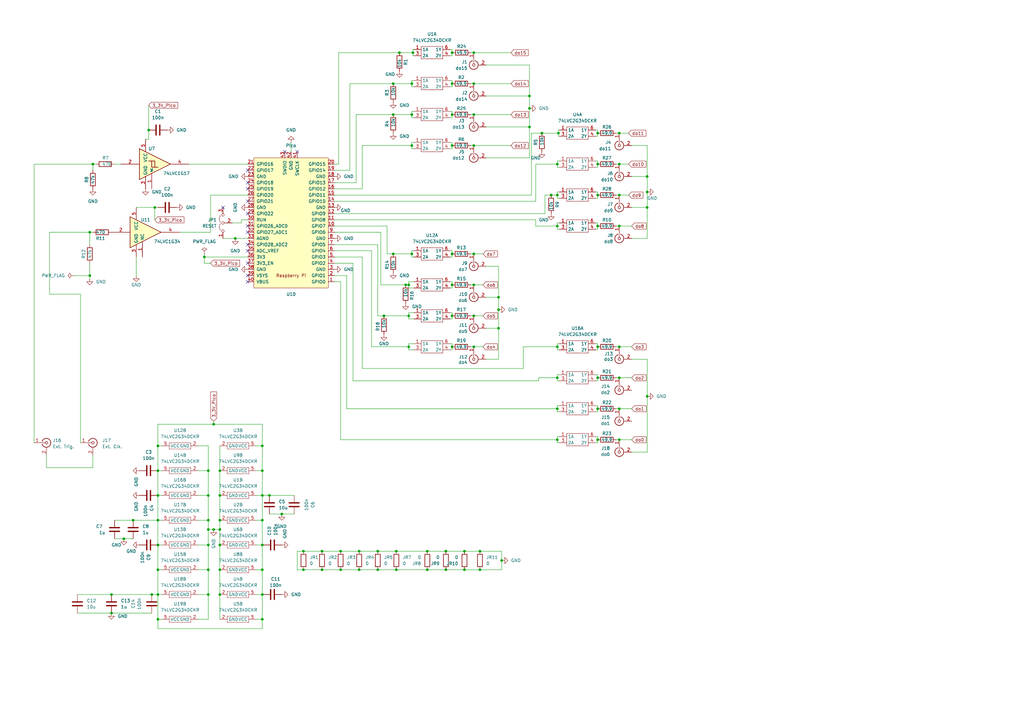
<source format=kicad_sch>
(kicad_sch (version 20230121) (generator eeschema)
  (paper "A3")
  (title_block (title "Prawn DO Breakout") (date "2024-01-19") (rev "01") (company "US Army Research Laboratory") (comment 1 "Email: david.h.meyer3.civ@army.mil") (comment 2 "Original Design By: David Meyer"))
  (junction (at 83.82 105.41))
  (junction (at 124.46 226.06))
  (junction (at 245.11 67.31))
  (junction (at 217.17 39.37))
  (junction (at 115.57 210.82))
  (junction (at 226.06 80.01))
  (junction (at 63.5 85.09))
  (junction (at 194.31 21.59))
  (junction (at 190.5 233.68))
  (junction (at 161.29 46.99))
  (junction (at 196.85 226.06))
  (junction (at 90.17 193.04))
  (junction (at 168.91 46.99))
  (junction (at 254 54.61))
  (junction (at 196.85 233.68))
  (junction (at 265.43 85.09))
  (junction (at 194.31 116.84))
  (junction (at 228.6 142.24))
  (junction (at 96.52 97.79))
  (junction (at 222.25 54.61))
  (junction (at 154.94 226.06))
  (junction (at 169.37 21.59))
  (junction (at 168.91 104.14))
  (junction (at 161.29 104.14))
  (junction (at 167.64 129.54))
  (junction (at 245.11 142.24))
  (junction (at 245.11 180.34))
  (junction (at 194.31 142.24))
  (junction (at 107.6 213.36))
  (junction (at 265.43 162.56))
  (junction (at 85.44 243.84))
  (junction (at 45.72 243.84))
  (junction (at 245.11 92.71))
  (junction (at 38.1 67.31))
  (junction (at 185.42 116.84))
  (junction (at 64.77 203.2))
  (junction (at 185.42 142.24))
  (junction (at 254 142.24))
  (junction (at 107.6 223.52))
  (junction (at 85.44 193.04))
  (junction (at 185.42 21.59))
  (junction (at 185.42 46.99))
  (junction (at 107.6 243.84))
  (junction (at 107.6 254))
  (junction (at 205.74 229.87))
  (junction (at 124.46 233.68))
  (junction (at 110.49 203.2))
  (junction (at 217.17 44.45))
  (junction (at 154.94 233.68))
  (junction (at 90.17 217.17))
  (junction (at 245.11 54.61))
  (junction (at 245.11 167.64))
  (junction (at 166.37 116.84))
  (junction (at 85.44 233.68))
  (junction (at 64.77 233.68))
  (junction (at 245.11 80.01))
  (junction (at 85.44 223.52))
  (junction (at 50.8 220.98))
  (junction (at 147.32 226.06))
  (junction (at 254 80.01))
  (junction (at 228.6 92.71))
  (junction (at 185.42 104.14))
  (junction (at 254 92.71))
  (junction (at 217.17 52.07))
  (junction (at 228.6 80.01))
  (junction (at 185.42 34.29))
  (junction (at 161.29 34.29))
  (junction (at 107.6 203.2))
  (junction (at 90.17 203.2))
  (junction (at 194.31 59.69))
  (junction (at 228.6 67.31))
  (junction (at 139.7 233.68))
  (junction (at 254 67.31))
  (junction (at 194.31 46.99))
  (junction (at 228.6 180.34))
  (junction (at 204.47 134.62))
  (junction (at 132.08 226.06))
  (junction (at 204.47 121.92))
  (junction (at 54.61 213.36))
  (junction (at 254 167.64))
  (junction (at 64.77 223.52))
  (junction (at 265.43 78.74))
  (junction (at 85.44 217.17))
  (junction (at 163.83 21.59))
  (junction (at 162.56 233.68))
  (junction (at 167.64 142.24))
  (junction (at 36.83 95.25))
  (junction (at 254 154.94))
  (junction (at 167.64 116.84))
  (junction (at 87.63 217.17))
  (junction (at 87.63 173.99))
  (junction (at 64.77 193.04))
  (junction (at 204.47 127))
  (junction (at 147.32 233.68))
  (junction (at 36.83 113.03))
  (junction (at 175.26 233.68))
  (junction (at 107.6 182.88))
  (junction (at 90.17 213.36))
  (junction (at 157.48 129.54))
  (junction (at 265.43 72.39))
  (junction (at 45.72 251.46))
  (junction (at 194.31 34.29))
  (junction (at 60.96 53.34))
  (junction (at 182.88 226.06))
  (junction (at 139.7 226.06))
  (junction (at 182.88 233.68))
  (junction (at 90.17 243.84))
  (junction (at 64.77 254))
  (junction (at 64.77 243.84))
  (junction (at 194.31 129.54))
  (junction (at 132.08 233.68))
  (junction (at 107.6 193.04))
  (junction (at 175.26 226.06))
  (junction (at 228.6 154.94))
  (junction (at 62.23 243.84))
  (junction (at 64.77 182.88))
  (junction (at 107.6 233.68))
  (junction (at 90.17 233.68))
  (junction (at 185.42 129.54))
  (junction (at 194.31 104.14))
  (junction (at 90.17 223.52))
  (junction (at 228.6 167.64))
  (junction (at 168.91 59.69))
  (junction (at 168.91 34.29))
  (junction (at 254 180.34))
  (junction (at 190.5 226.06))
  (junction (at 85.44 213.36))
  (junction (at 85.44 203.2))
  (junction (at 245.11 154.94))
  (junction (at 64.77 213.36))
  (junction (at 229.06 54.61))
  (junction (at 162.56 226.06))
  (junction (at 185.42 59.69))
  (no_connect (at 101.6 77.47))
  (no_connect (at 116.84 62.23))
  (no_connect (at 101.6 113.03))
  (no_connect (at 101.6 82.55))
  (no_connect (at 101.6 100.33))
  (no_connect (at 101.6 69.85))
  (no_connect (at 101.6 87.63))
  (no_connect (at 101.6 74.93))
  (no_connect (at 101.6 107.95))
  (no_connect (at 121.92 62.23))
  (no_connect (at 101.6 102.87))
  (no_connect (at 101.6 92.71))
  (no_connect (at 101.6 95.25))
  (no_connect (at 91.44 85.09))
  (no_connect (at 101.6 115.57))
  (wire (pts (xy 254 80.01) (xy 257.81 80.01)))
  (wire (pts (xy 85.44 193.04) (xy 85.44 203.2)))
  (wire (pts (xy 194.31 129.54) (xy 198.12 129.54)))
  (wire (pts (xy 64.77 193.04) (xy 64.77 203.2)))
  (wire (pts (xy 193.04 46.99) (xy 194.31 46.99)))
  (wire (pts (xy 184.61 115.57) (xy 185.42 115.57)))
  (wire (pts (xy 85.44 182.88) (xy 85.44 193.04)))
  (wire (pts (xy 254 142.24) (xy 259.08 142.24)))
  (wire (pts (xy 144.78 107.95) (xy 144.78 156.21)))
  (wire (pts (xy 229.41 91.44) (xy 228.6 91.44)))
  (wire (pts (xy 245.11 153.67) (xy 245.11 154.94)))
  (wire (pts (xy 229.41 168.91) (xy 228.6 168.91)))
  (wire (pts (xy 244.3 78.74) (xy 245.11 78.74)))
  (wire (pts (xy 154.94 226.06) (xy 162.56 226.06)))
  (wire (pts (xy 226.06 80.01) (xy 228.6 80.01)))
  (wire (pts (xy 154.94 233.68) (xy 162.56 233.68)))
  (wire (pts (xy 220.98 156.21) (xy 220.98 154.94)))
  (wire (pts (xy 110.49 203.2) (xy 120.65 203.2)))
  (wire (pts (xy 99.06 91.44) (xy 99.06 90.17)))
  (wire (pts (xy 167.64 140.97) (xy 169.72 140.97)))
  (wire (pts (xy 168.91 59.69) (xy 168.91 58.42)))
  (wire (pts (xy 64.77 223.52) (xy 64.77 233.68)))
  (wire (pts (xy 154.94 233.68) (xy 147.32 233.68)))
  (wire (pts (xy 184.61 20.32) (xy 185.42 20.32)))
  (wire (pts (xy 107.6 243.84) (xy 107.95 243.84)))
  (wire (pts (xy 217.98 54.61) (xy 222.25 54.61)))
  (wire (pts (xy 64.77 233.68) (xy 64.77 243.84)))
  (wire (pts (xy 205.74 229.87) (xy 205.74 233.68)))
  (wire (pts (xy 244.3 179.07) (xy 245.11 179.07)))
  (wire (pts (xy 259.08 72.39) (xy 265.43 72.39)))
  (wire (pts (xy 245.11 180.34) (xy 245.11 181.61)))
  (wire (pts (xy 254 154.94) (xy 259.08 154.94)))
  (wire (pts (xy 85.44 213.36) (xy 85.44 217.17)))
  (wire (pts (xy 245.11 54.61) (xy 245.11 55.88)))
  (wire (pts (xy 244.3 66.04) (xy 245.11 66.04)))
  (wire (pts (xy 45.72 243.84) (xy 62.23 243.84)))
  (wire (pts (xy 252.73 167.64) (xy 254 167.64)))
  (wire (pts (xy 245.11 166.37) (xy 245.11 167.64)))
  (wire (pts (xy 138.89 21.59) (xy 163.83 21.59)))
  (wire (pts (xy 222.25 54.61) (xy 229.06 54.61)))
  (wire (pts (xy 124.46 233.68) (xy 121.92 233.68)))
  (wire (pts (xy 20.32 120.65) (xy 20.32 95.25)))
  (wire (pts (xy 214.63 142.24) (xy 228.6 142.24)))
  (wire (pts (xy 184.61 105.41) (xy 185.42 105.41)))
  (wire (pts (xy 244.3 140.97) (xy 245.11 140.97)))
  (wire (pts (xy 81.28 193.04) (xy 85.44 193.04)))
  (wire (pts (xy 229.06 55.88) (xy 229.41 55.88)))
  (wire (pts (xy 64.77 203.2) (xy 64.77 213.36)))
  (wire (pts (xy 190.5 226.06) (xy 196.85 226.06)))
  (wire (pts (xy 143.51 34.29) (xy 143.51 69.85)))
  (wire (pts (xy 168.91 59.69) (xy 168.91 60.96)))
  (wire (pts (xy 86.36 95.25) (xy 86.36 80.01)))
  (wire (pts (xy 20.32 95.25) (xy 36.83 95.25)))
  (wire (pts (xy 194.31 142.24) (xy 198.12 142.24)))
  (wire (pts (xy 185.42 33.02) (xy 185.42 34.29)))
  (wire (pts (xy 229.06 53.34) (xy 229.41 53.34)))
  (wire (pts (xy 199.39 134.62) (xy 204.47 134.62)))
  (wire (pts (xy 46.99 220.98) (xy 50.8 220.98)))
  (wire (pts (xy 219.71 67.31) (xy 228.6 67.31)))
  (wire (pts (xy 252.73 180.34) (xy 254 180.34)))
  (wire (pts (xy 252.73 67.31) (xy 254 67.31)))
  (wire (pts (xy 228.6 156.21) (xy 229.41 156.21)))
  (wire (pts (xy 90.17 213.36) (xy 90.17 217.17)))
  (wire (pts (xy 199.39 26.67) (xy 217.17 26.67)))
  (wire (pts (xy 244.3 143.51) (xy 245.11 143.51)))
  (wire (pts (xy 147.32 226.06) (xy 154.94 226.06)))
  (wire (pts (xy 137.16 67.31) (xy 138.89 67.31)))
  (wire (pts (xy 107.6 193.04) (xy 107.6 203.2)))
  (wire (pts (xy 194.31 59.69) (xy 209.55 59.69)))
  (wire (pts (xy 38.1 67.31) (xy 38.1 69.85)))
  (wire (pts (xy 175.26 233.68) (xy 182.88 233.68)))
  (wire (pts (xy 19.05 186.69) (xy 19.05 191.77)))
  (wire (pts (xy 169.72 22.86) (xy 169.37 22.86)))
  (wire (pts (xy 64.77 254) (xy 64.77 257.81)))
  (wire (pts (xy 46.99 213.36) (xy 54.61 213.36)))
  (wire (pts (xy 146.05 46.99) (xy 146.05 74.93)))
  (wire (pts (xy 83.82 105.41) (xy 83.82 107.95)))
  (wire (pts (xy 193.167 21.59) (xy 194.31 21.59)))
  (wire (pts (xy 259.08 85.09) (xy 265.43 85.09)))
  (wire (pts (xy 184.61 33.02) (xy 185.42 33.02)))
  (wire (pts (xy 252.73 142.24) (xy 254 142.24)))
  (wire (pts (xy 175.26 226.06) (xy 182.88 226.06)))
  (wire (pts (xy 167.64 118.11) (xy 169.72 118.11)))
  (wire (pts (xy 219.71 90.17) (xy 219.71 92.71)))
  (wire (pts (xy 81.28 182.88) (xy 85.44 182.88)))
  (wire (pts (xy 244.3 168.91) (xy 245.11 168.91)))
  (wire (pts (xy 244.3 81.28) (xy 245.11 81.28)))
  (wire (pts (xy 121.92 233.68) (xy 121.92 226.06)))
  (wire (pts (xy 244.3 93.98) (xy 245.11 93.98)))
  (wire (pts (xy 158.75 104.14) (xy 161.29 104.14)))
  (wire (pts (xy 81.28 223.52) (xy 85.44 223.52)))
  (wire (pts (xy 85.44 203.2) (xy 85.44 213.36)))
  (wire (pts (xy 91.44 97.79) (xy 96.52 97.79)))
  (wire (pts (xy 87.63 217.17) (xy 85.44 217.17)))
  (wire (pts (xy 90.17 203.2) (xy 90.17 213.36)))
  (wire (pts (xy 66.39 243.84) (xy 64.77 243.84)))
  (wire (pts (xy 96.52 97.79) (xy 101.6 97.79)))
  (wire (pts (xy 217.17 52.07) (xy 217.17 64.77)))
  (wire (pts (xy 139.7 115.57) (xy 139.7 180.34)))
  (wire (pts (xy 137.16 69.85) (xy 143.51 69.85)))
  (wire (pts (xy 184.61 22.86) (xy 185.42 22.86)))
  (wire (pts (xy 142.24 167.64) (xy 228.6 167.64)))
  (wire (pts (xy 87.63 173.99) (xy 64.77 173.99)))
  (wire (pts (xy 33.02 120.65) (xy 20.32 120.65)))
  (wire (pts (xy 13.97 181.61) (xy 13.97 67.31)))
  (wire (pts (xy 143.51 34.29) (xy 161.29 34.29)))
  (wire (pts (xy 228.6 179.07) (xy 229.41 179.07)))
  (wire (pts (xy 228.6 80.01) (xy 228.6 78.74)))
  (wire (pts (xy 157.48 129.54) (xy 167.64 129.54)))
  (wire (pts (xy 185.42 34.29) (xy 185.42 35.56)))
  (wire (pts (xy 168.91 46.99) (xy 168.91 45.72)))
  (wire (pts (xy 50.8 220.98) (xy 54.61 220.98)))
  (wire (pts (xy 107.6 203.2) (xy 107.6 213.36)))
  (wire (pts (xy 105.06 182.88) (xy 107.6 182.88)))
  (wire (pts (xy 228.6 81.28) (xy 229.41 81.28)))
  (wire (pts (xy 90.17 217.17) (xy 87.63 217.17)))
  (wire (pts (xy 167.64 129.54) (xy 167.64 130.81)))
  (wire (pts (xy 81.28 213.36) (xy 85.44 213.36)))
  (wire (pts (xy 132.08 226.06) (xy 139.7 226.06)))
  (wire (pts (xy 66.39 182.88) (xy 64.77 182.88)))
  (wire (pts (xy 167.64 143.51) (xy 169.72 143.51)))
  (wire (pts (xy 66.39 254) (xy 64.77 254)))
  (wire (pts (xy 105.06 213.36) (xy 107.6 213.36)))
  (wire (pts (xy 184.61 130.81) (xy 185.42 130.81)))
  (wire (pts (xy 228.6 68.58) (xy 229.41 68.58)))
  (wire (pts (xy 148.59 59.69) (xy 168.91 59.69)))
  (wire (pts (xy 254 167.64) (xy 259.08 167.64)))
  (wire (pts (xy 137.16 77.47) (xy 148.59 77.47)))
  (wire (pts (xy 168.91 33.02) (xy 169.72 33.02)))
  (wire (pts (xy 137.16 82.55) (xy 219.71 82.55)))
  (wire (pts (xy 66.39 203.2) (xy 64.77 203.2)))
  (wire (pts (xy 105.06 233.68) (xy 107.6 233.68)))
  (wire (pts (xy 107.6 203.2) (xy 110.49 203.2)))
  (wire (pts (xy 139.7 226.06) (xy 147.32 226.06)))
  (wire (pts (xy 196.85 226.06) (xy 205.74 226.06)))
  (wire (pts (xy 168.91 102.87) (xy 168.91 104.14)))
  (wire (pts (xy 142.24 113.03) (xy 142.24 167.64)))
  (wire (pts (xy 254 180.34) (xy 259.08 180.34)))
  (wire (pts (xy 59.69 57.15) (xy 60.96 57.15)))
  (wire (pts (xy 245.11 167.64) (xy 245.11 168.91)))
  (wire (pts (xy 36.83 95.25) (xy 36.83 100.33)))
  (wire (pts (xy 219.71 67.31) (xy 219.71 82.55)))
  (wire (pts (xy 169.72 48.26) (xy 168.91 48.26)))
  (wire (pts (xy 83.82 107.95) (xy 86.36 107.95)))
  (wire (pts (xy 185.42 45.72) (xy 185.42 46.99)))
  (wire (pts (xy 168.91 46.99) (xy 168.91 48.26)))
  (wire (pts (xy 229.06 54.61) (xy 229.06 53.34)))
  (wire (pts (xy 194.31 34.29) (xy 209.55 34.29)))
  (wire (pts (xy 223.52 80.01) (xy 223.52 87.63)))
  (wire (pts (xy 90.17 243.84) (xy 90.17 254)))
  (wire (pts (xy 184.61 143.51) (xy 185.42 143.51)))
  (wire (pts (xy 107.6 223.52) (xy 107.95 223.52)))
  (wire (pts (xy 254 67.31) (xy 257.81 67.31)))
  (wire (pts (xy 55.88 105.41) (xy 55.88 113.03)))
  (wire (pts (xy 184.61 60.96) (xy 185.42 60.96)))
  (wire (pts (xy 245.11 142.24) (xy 245.11 143.51)))
  (wire (pts (xy 228.6 154.94) (xy 228.6 153.67)))
  (wire (pts (xy 167.64 128.27) (xy 169.72 128.27)))
  (wire (pts (xy 161.29 34.29) (xy 168.91 34.29)))
  (wire (pts (xy 107.6 213.36) (xy 107.6 223.52)))
  (wire (pts (xy 196.85 233.68) (xy 205.74 233.68)))
  (wire (pts (xy 193.04 59.69) (xy 194.31 59.69)))
  (wire (pts (xy 245.11 78.74) (xy 245.11 80.01)))
  (wire (pts (xy 184.61 35.56) (xy 185.42 35.56)))
  (wire (pts (xy 64.77 182.88) (xy 64.77 193.04)))
  (wire (pts (xy 121.92 226.06) (xy 124.46 226.06)))
  (wire (pts (xy 95.25 91.44) (xy 99.06 91.44)))
  (wire (pts (xy 254 92.71) (xy 252.73 92.71)))
  (wire (pts (xy 185.42 128.27) (xy 185.42 129.54)))
  (wire (pts (xy 254 92.71) (xy 259.08 92.71)))
  (wire (pts (xy 185.42 116.84) (xy 185.42 118.11)))
  (wire (pts (xy 244.3 181.61) (xy 245.11 181.61)))
  (wire (pts (xy 185.42 59.69) (xy 185.42 60.96)))
  (wire (pts (xy 105.06 193.04) (xy 107.6 193.04)))
  (wire (pts (xy 228.6 167.64) (xy 228.6 168.91)))
  (wire (pts (xy 244.3 53.34) (xy 245.11 53.34)))
  (wire (pts (xy 252.73 80.01) (xy 254 80.01)))
  (wire (pts (xy 184.61 118.11) (xy 185.42 118.11)))
  (wire (pts (xy 228.6 91.44) (xy 228.6 92.71)))
  (wire (pts (xy 166.37 116.84) (xy 167.64 116.84)))
  (wire (pts (xy 254 54.61) (xy 257.81 54.61)))
  (wire (pts (xy 137.16 95.25) (xy 156.21 95.25)))
  (wire (pts (xy 85.44 243.84) (xy 85.44 254)))
  (wire (pts (xy 185.42 21.59) (xy 185.42 22.86)))
  (wire (pts (xy 132.08 233.68) (xy 124.46 233.68)))
  (wire (pts (xy 185.42 115.57) (xy 185.42 116.84)))
  (wire (pts (xy 107.6 223.52) (xy 107.6 233.68)))
  (wire (pts (xy 148.59 151.13) (xy 214.63 151.13)))
  (wire (pts (xy 190.5 233.68) (xy 196.85 233.68)))
  (wire (pts (xy 45.72 251.46) (xy 62.23 251.46)))
  (wire (pts (xy 193.04 116.84) (xy 194.31 116.84)))
  (wire (pts (xy 107.6 243.84) (xy 107.6 254)))
  (wire (pts (xy 244.3 55.88) (xy 245.11 55.88)))
  (wire (pts (xy 182.88 226.06) (xy 190.5 226.06)))
  (wire (pts (xy 229.41 143.51) (xy 228.6 143.51)))
  (wire (pts (xy 184.61 128.27) (xy 185.42 128.27)))
  (wire (pts (xy 228.6 80.01) (xy 228.6 81.28)))
  (wire (pts (xy 105.06 223.52) (xy 107.6 223.52)))
  (wire (pts (xy 90.17 217.17) (xy 90.17 223.52)))
  (wire (pts (xy 193.04 34.29) (xy 194.31 34.29)))
  (wire (pts (xy 99.06 90.17) (xy 101.6 90.17)))
  (wire (pts (xy 137.16 92.71) (xy 158.75 92.71)))
  (wire (pts (xy 228.6 66.04) (xy 229.41 66.04)))
  (wire (pts (xy 184.61 48.26) (xy 185.42 48.26)))
  (wire (pts (xy 85.44 217.17) (xy 85.44 223.52)))
  (wire (pts (xy 137.16 74.93) (xy 146.05 74.93)))
  (wire (pts (xy 252.73 54.61) (xy 254 54.61)))
  (wire (pts (xy 83.82 104.14) (xy 83.82 105.41)))
  (wire (pts (xy 105.06 243.84) (xy 107.6 243.84)))
  (wire (pts (xy 194.31 104.14) (xy 198.12 104.14)))
  (wire (pts (xy 204.47 147.32) (xy 199.39 147.32)))
  (wire (pts (xy 31.75 243.84) (xy 45.72 243.84)))
  (wire (pts (xy 31.75 251.46) (xy 45.72 251.46)))
  (wire (pts (xy 137.16 113.03) (xy 142.24 113.03)))
  (wire (pts (xy 220.98 154.94) (xy 228.6 154.94)))
  (wire (pts (xy 63.5 85.09) (xy 63.5 90.17)))
  (wire (pts (xy 167.64 140.97) (xy 167.64 142.24)))
  (wire (pts (xy 36.83 107.95) (xy 36.83 113.03)))
  (wire (pts (xy 185.42 142.24) (xy 185.42 140.97)))
  (wire (pts (xy 199.39 109.22) (xy 204.47 109.22)))
  (wire (pts (xy 217.17 39.37) (xy 217.17 44.45)))
  (wire (pts (xy 204.47 121.92) (xy 204.47 127)))
  (wire (pts (xy 55.88 85.09) (xy 63.5 85.09)))
  (wire (pts (xy 161.29 104.14) (xy 168.91 104.14)))
  (wire (pts (xy 185.42 104.14) (xy 185.42 105.41)))
  (wire (pts (xy 185.42 143.51) (xy 185.42 142.24)))
  (wire (pts (xy 252.73 154.94) (xy 254 154.94)))
  (wire (pts (xy 163.83 21.59) (xy 169.37 21.59)))
  (wire (pts (xy 144.78 156.21) (xy 220.98 156.21)))
  (wire (pts (xy 46.99 67.31) (xy 49.53 67.31)))
  (wire (pts (xy 63.5 85.09) (xy 64.77 85.09)))
  (wire (pts (xy 217.98 54.61) (xy 217.98 80.01)))
  (wire (pts (xy 148.59 59.69) (xy 148.59 77.47)))
  (wire (pts (xy 62.23 243.84) (xy 64.77 243.84)))
  (wire (pts (xy 184.61 45.72) (xy 185.42 45.72)))
  (wire (pts (xy 137.16 80.01) (xy 217.98 80.01)))
  (wire (pts (xy 137.16 105.41) (xy 148.59 105.41)))
  (wire (pts (xy 185.42 20.32) (xy 185.42 21.59)))
  (wire (pts (xy 168.91 33.02) (xy 168.91 34.29)))
  (wire (pts (xy 185.42 129.54) (xy 185.42 130.81)))
  (wire (pts (xy 245.11 80.01) (xy 245.11 81.28)))
  (wire (pts (xy 66.39 193.04) (xy 64.77 193.04)))
  (wire (pts (xy 193.04 142.24) (xy 194.31 142.24)))
  (wire (pts (xy 204.47 109.22) (xy 204.47 121.92)))
  (wire (pts (xy 185.42 102.87) (xy 185.42 104.14)))
  (wire (pts (xy 259.08 97.79) (xy 265.43 97.79)))
  (wire (pts (xy 228.6 180.34) (xy 228.6 179.07)))
  (wire (pts (xy 13.97 67.31) (xy 38.1 67.31)))
  (wire (pts (xy 152.4 102.87) (xy 152.4 142.24)))
  (wire (pts (xy 265.43 72.39) (xy 265.43 78.74)))
  (wire (pts (xy 38.1 186.69) (xy 38.1 191.77)))
  (wire (pts (xy 245.11 92.71) (xy 245.11 91.44)))
  (wire (pts (xy 30.48 113.03) (xy 36.83 113.03)))
  (wire (pts (xy 77.47 67.31) (xy 101.6 67.31)))
  (wire (pts (xy 110.49 210.82) (xy 115.57 210.82)))
  (wire (pts (xy 146.05 46.99) (xy 161.29 46.99)))
  (wire (pts (xy 64.77 173.99) (xy 64.77 182.88)))
  (wire (pts (xy 38.1 67.31) (xy 39.37 67.31)))
  (wire (pts (xy 83.82 105.41) (xy 101.6 105.41)))
  (wire (pts (xy 244.3 166.37) (xy 245.11 166.37)))
  (wire (pts (xy 139.7 115.57) (xy 137.16 115.57)))
  (wire (pts (xy 139.7 180.34) (xy 228.6 180.34)))
  (wire (pts (xy 66.39 213.36) (xy 64.77 213.36)))
  (wire (pts (xy 245.11 154.94) (xy 245.11 156.21)))
  (wire (pts (xy 154.94 129.54) (xy 157.48 129.54)))
  (wire (pts (xy 194.31 46.99) (xy 209.55 46.99)))
  (wire (pts (xy 168.91 105.41) (xy 169.72 105.41)))
  (wire (pts (xy 229.41 78.74) (xy 228.6 78.74)))
  (wire (pts (xy 124.46 226.06) (xy 132.08 226.06)))
  (wire (pts (xy 193.04 129.54) (xy 194.31 129.54)))
  (wire (pts (xy 244.3 153.67) (xy 245.11 153.67)))
  (wire (pts (xy 137.16 90.17) (xy 219.71 90.17)))
  (wire (pts (xy 194.31 21.59) (xy 209.55 21.59)))
  (wire (pts (xy 137.16 87.63) (xy 223.52 87.63)))
  (wire (pts (xy 168.91 45.72) (xy 169.72 45.72)))
  (wire (pts (xy 205.74 226.06) (xy 205.74 229.87)))
  (wire (pts (xy 229.41 181.61) (xy 228.6 181.61)))
  (wire (pts (xy 168.91 34.29) (xy 168.91 35.56)))
  (wire (pts (xy 185.42 58.42) (xy 185.42 59.69)))
  (wire (pts (xy 194.31 116.84) (xy 198.12 116.84)))
  (wire (pts (xy 199.39 52.07) (xy 217.17 52.07)))
  (wire (pts (xy 81.28 233.68) (xy 85.44 233.68)))
  (wire (pts (xy 60.96 43.18) (xy 60.96 53.34)))
  (wire (pts (xy 137.16 107.95) (xy 144.78 107.95)))
  (wire (pts (xy 167.64 142.24) (xy 167.64 143.51)))
  (wire (pts (xy 204.47 134.62) (xy 204.47 147.32)))
  (wire (pts (xy 60.96 53.34) (xy 60.96 57.15)))
  (wire (pts (xy 228.6 143.51) (xy 228.6 142.24)))
  (wire (pts (xy 199.39 121.92) (xy 204.47 121.92)))
  (wire (pts (xy 245.11 53.34) (xy 245.11 54.61)))
  (wire (pts (xy 185.42 46.99) (xy 185.42 48.26)))
  (wire (pts (xy 244.3 156.21) (xy 245.11 156.21)))
  (wire (pts (xy 169.37 21.59) (xy 169.37 20.32)))
  (wire (pts (xy 156.21 116.84) (xy 166.37 116.84)))
  (wire (pts (xy 168.91 58.42) (xy 169.72 58.42)))
  (wire (pts (xy 73.66 95.25) (xy 86.36 95.25)))
  (wire (pts (xy 245.11 67.31) (xy 245.11 68.58)))
  (wire (pts (xy 115.57 210.82) (xy 120.65 210.82)))
  (wire (pts (xy 228.6 154.94) (xy 228.6 156.21)))
  (wire (pts (xy 161.29 46.99) (xy 168.91 46.99)))
  (wire (pts (xy 90.17 223.52) (xy 90.17 233.68)))
  (wire (pts (xy 169.72 60.96) (xy 168.91 60.96)))
  (wire (pts (xy 245.11 179.07) (xy 245.11 180.34)))
  (wire (pts (xy 245.11 140.97) (xy 245.11 142.24)))
  (wire (pts (xy 265.43 185.42) (xy 259.08 185.42)))
  (wire (pts (xy 217.17 44.45) (xy 217.17 52.07)))
  (wire (pts (xy 228.6 93.98) (xy 229.41 93.98)))
  (wire (pts (xy 119.38 62.23) (xy 119.38 58.42)))
  (wire (pts (xy 228.6 166.37) (xy 229.41 166.37)))
  (wire (pts (xy 33.02 181.61) (xy 33.02 120.65)))
  (wire (pts (xy 86.36 80.01) (xy 101.6 80.01)))
  (wire (pts (xy 66.39 223.52) (xy 64.77 223.52)))
  (wire (pts (xy 228.6 166.37) (xy 228.6 167.64)))
  (wire (pts (xy 107.6 173.99) (xy 107.6 182.88)))
  (wire (pts (xy 244.3 91.44) (xy 245.11 91.44)))
  (wire (pts (xy 223.52 80.01) (xy 226.06 80.01)))
  (wire (pts (xy 81.28 254) (xy 85.44 254)))
  (wire (pts (xy 182.88 233.68) (xy 190.5 233.68)))
  (wire (pts (xy 184.61 140.97) (xy 185.42 140.97)))
  (wire (pts (xy 265.43 147.32) (xy 265.43 162.56)))
  (wire (pts (xy 259.08 59.69) (xy 265.43 59.69)))
  (wire (pts (xy 147.32 233.68) (xy 139.7 233.68)))
  (wire (pts (xy 158.75 92.71) (xy 158.75 104.14)))
  (wire (pts (xy 81.28 203.2) (xy 85.44 203.2)))
  (wire (pts (xy 107.6 173.99) (xy 87.63 173.99)))
  (wire (pts (xy 167.64 129.54) (xy 167.64 128.27)))
  (wire (pts (xy 168.91 104.14) (xy 168.91 105.41)))
  (wire (pts (xy 152.4 142.24) (xy 167.64 142.24)))
  (wire (pts (xy 259.08 147.32) (xy 265.43 147.32)))
  (wire (pts (xy 184.61 102.87) (xy 185.42 102.87)))
  (wire (pts (xy 265.43 85.09) (xy 265.43 97.79)))
  (wire (pts (xy 217.17 26.67) (xy 217.17 39.37)))
  (wire (pts (xy 85.44 223.52) (xy 85.44 233.68)))
  (wire (pts (xy 229.06 55.88) (xy 229.06 54.61)))
  (wire (pts (xy 107.6 254) (xy 107.6 257.81)))
  (wire (pts (xy 265.43 78.74) (xy 265.43 85.09)))
  (wire (pts (xy 107.6 233.68) (xy 107.6 243.84)))
  (wire (pts (xy 87.63 172.72) (xy 87.63 173.99)))
  (wire (pts (xy 64.77 257.81) (xy 107.6 257.81)))
  (wire (pts (xy 162.56 226.06) (xy 175.26 226.06)))
  (wire (pts (xy 169.72 102.87) (xy 168.91 102.87)))
  (wire (pts (xy 54.61 213.36) (xy 64.77 213.36)))
  (wire (pts (xy 199.39 64.77) (xy 217.17 64.77)))
  (wire (pts (xy 204.47 127) (xy 204.47 134.62)))
  (wire (pts (xy 167.64 115.57) (xy 167.64 116.84)))
  (wire (pts (xy 245.11 66.04) (xy 245.11 67.31)))
  (wire (pts (xy 105.06 254) (xy 107.6 254)))
  (wire (pts (xy 193.04 104.14) (xy 194.31 104.14)))
  (wire (pts (xy 167.64 115.57) (xy 169.72 115.57)))
  (wire (pts (xy 265.43 59.69) (xy 265.43 72.39)))
  (wire (pts (xy 64.77 213.36) (xy 64.77 223.52)))
  (wire (pts (xy 167.64 116.84) (xy 167.64 118.11)))
  (wire (pts (xy 81.28 243.84) (xy 85.44 243.84)))
  (wire (pts (xy 105.06 203.2) (xy 107.6 203.2)))
  (wire (pts (xy 154.94 100.33) (xy 154.94 129.54)))
  (wire (pts (xy 245.11 93.98) (xy 245.11 92.71)))
  (wire (pts (xy 228.6 140.97) (xy 229.41 140.97)))
  (wire (pts (xy 228.6 142.24) (xy 228.6 140.97)))
  (wire (pts (xy 36.83 113.03) (xy 36.83 114.3)))
  (wire (pts (xy 168.91 35.56) (xy 169.72 35.56)))
  (wire (pts (xy 199.39 39.37) (xy 217.17 39.37)))
  (wire (pts (xy 228.6 92.71) (xy 228.6 93.98)))
  (wire (pts (xy 138.89 21.59) (xy 138.89 67.31)))
  (wire (pts (xy 228.6 181.61) (xy 228.6 180.34)))
  (wire (pts (xy 66.39 233.68) (xy 64.77 233.68)))
  (wire (pts (xy 244.3 68.58) (xy 245.11 68.58)))
  (wire (pts (xy 169.37 20.32) (xy 169.72 20.32)))
  (wire (pts (xy 185.42 21.59) (xy 185.547 21.59)))
  (wire (pts (xy 167.64 130.81) (xy 169.72 130.81)))
  (wire (pts (xy 85.44 233.68) (xy 85.44 243.84)))
  (wire (pts (xy 90.17 233.68) (xy 90.17 243.84)))
  (wire (pts (xy 139.7 233.68) (xy 132.08 233.68)))
  (wire (pts (xy 265.43 162.56) (xy 265.43 185.42)))
  (wire (pts (xy 228.6 67.31) (xy 228.6 68.58)))
  (wire (pts (xy 148.59 105.41) (xy 148.59 151.13)))
  (wire (pts (xy 90.17 182.88) (xy 90.17 193.04)))
  (wire (pts (xy 19.05 191.77) (xy 38.1 191.77)))
  (wire (pts (xy 90.17 193.04) (xy 90.17 203.2)))
  (wire (pts (xy 137.16 102.87) (xy 152.4 102.87)))
  (wire (pts (xy 228.6 153.67) (xy 229.41 153.67)))
  (wire (pts (xy 162.56 233.68) (xy 175.26 233.68)))
  (wire (pts (xy 169.37 21.59) (xy 169.37 22.86)))
  (wire (pts (xy 137.16 100.33) (xy 154.94 100.33)))
  (wire (pts (xy 184.61 58.42) (xy 185.42 58.42)))
  (wire (pts (xy 107.6 182.88) (xy 107.6 193.04)))
  (wire (pts (xy 156.21 95.25) (xy 156.21 116.84)))
  (wire (pts (xy 64.77 243.84) (xy 64.77 254)))
  (wire (pts (xy 228.6 67.31) (xy 228.6 66.04)))
  (wire (pts (xy 219.71 92.71) (xy 228.6 92.71)))
  (wire (pts (xy 36.83 95.25) (xy 38.1 95.25)))
  (wire (pts (xy 214.63 151.13) (xy 214.63 142.24)))
  (global_label "do13" (shape input) (at 209.55 46.99 0) (property "Intersheetrefs" "${INTERSHEET_REFS}" (effects hide)))
  (global_label "3_3V_Pico" (shape input) (at 60.96 43.18 0) (property "Intersheetrefs" "${INTERSHEET_REFS}" (effects hide)))
  (global_label "do4" (shape input) (at 198.12 142.24 0) (property "Intersheetrefs" "${INTERSHEET_REFS}" (effects hide)))
  (global_label "do12" (shape input) (at 209.55 59.69 0) (property "Intersheetrefs" "${INTERSHEET_REFS}" (effects hide)))
  (global_label "do15" (shape input) (at 209.55 21.59 0) (property "Intersheetrefs" "${INTERSHEET_REFS}" (effects hide)))
  (global_label "do2" (shape input) (at 259.08 154.94 0) (property "Intersheetrefs" "${INTERSHEET_REFS}" (effects hide)))
  (global_label "do3" (shape input) (at 259.08 142.24 0) (property "Intersheetrefs" "${INTERSHEET_REFS}" (effects hide)))
  (global_label "3_3V_Pico" (shape input) (at 86.36 107.95 0) (property "Intersheetrefs" "${INTERSHEET_REFS}" (effects hide)))
  (global_label "do7" (shape input) (at 198.12 104.14 0) (property "Intersheetrefs" "${INTERSHEET_REFS}" (effects hide)))
  (global_label "do9" (shape input) (at 257.81 80.01 0) (property "Intersheetrefs" "${INTERSHEET_REFS}" (effects hide)))
  (global_label "do5" (shape input) (at 198.12 129.54 0) (property "Intersheetrefs" "${INTERSHEET_REFS}" (effects hide)))
  (global_label "do0" (shape input) (at 259.08 180.34 0) (property "Intersheetrefs" "${INTERSHEET_REFS}" (effects hide)))
  (global_label "3_3V_Pico" (shape input) (at 87.63 172.72 90) (property "Intersheetrefs" "${INTERSHEET_REFS}" (effects hide)))
  (global_label "do10" (shape input) (at 257.81 67.31 0) (property "Intersheetrefs" "${INTERSHEET_REFS}" (effects hide)))
  (global_label "3_3V_Pico" (shape input) (at 63.5 90.17 0) (property "Intersheetrefs" "${INTERSHEET_REFS}" (effects hide)))
  (global_label "do14" (shape input) (at 209.55 34.29 0) (property "Intersheetrefs" "${INTERSHEET_REFS}" (effects hide)))
  (global_label "do8" (shape input) (at 259.08 92.71 0) (property "Intersheetrefs" "${INTERSHEET_REFS}" (effects hide)))
  (global_label "do1" (shape input) (at 259.08 167.64 0) (property "Intersheetrefs" "${INTERSHEET_REFS}" (effects hide)))
  (global_label "do6" (shape input) (at 198.12 116.84 0) (property "Intersheetrefs" "${INTERSHEET_REFS}" (effects hide)))
  (global_label "do11" (shape input) (at 257.81 54.61 0) (property "Intersheetrefs" "${INTERSHEET_REFS}" (effects hide)))
  (symbol (lib_id "Connector:Conn_Coaxial") (at 38.1 181.61 0) (unit 1)
    (property "Reference" "J17" (at 41.91 180.6332 0) (effects (justify left)))
    (property "Value" "Ext. Clk." (at 41.91 183.1732 0) (effects (justify left)))
    (property "Footprint" "Connector_Coaxial:SMA_Amphenol_132289_EdgeMount" (effects hide))
    (property "Datasheet" " ~" (effects hide))
  )
  (symbol (lib_id "Device:C") (at 54.61 217.17 0) (unit 1)
    (property "Reference" "C8" (at 58.42 215.9 0) (effects (justify left)))
    (property "Value" "1u" (at 58.42 218.44 0) (effects (justify left)))
    (property "Footprint" "Capacitor_SMD:C_0805_2012Metric_Pad1.18x1.45mm_HandSolder" (effects hide))
  )
  (symbol (lib_id "Device:R") (at 38.1 73.66 180) (unit 1)
    (property "Reference" "R8" (at 35.56 73.66 90))
    (property "Value" "47k" (at 38.1 73.66 90))
    (property "Footprint" "Resistor_SMD:R_1206_3216Metric_Pad1.30x1.75mm_HandSolder" (effects hide))
  )
  (symbol (lib_id "Connector:Conn_Coaxial") (at 254 172.72 90) (mirror x) (unit 1)
    (property "Reference" "J15" (at 250.19 171.1325 90) (effects (justify left)))
    (property "Value" "do1" (at 250.19 173.6725 90) (effects (justify left)))
    (property "Footprint" "Connector_Coaxial:SMA_Amphenol_132289_EdgeMount" (effects hide))
    (property "Datasheet" " ~" (effects hide))
  )
  (symbol (lib_id "74LVC2G34DCKR:74LVC2G34DCKR__-Split") (at 177.8 41.91 0) (unit 1)
    (property "Reference" "U3" (effects hide))
    (property "Value" "74LVC2G34DCKR" (effects hide))
    (property "Footprint" "Package_TO_SOT_SMD:SOT-23-6_Handsoldering" (effects hide))
    (property "Datasheet" "https://www.ti.com/lit/ds/symlink/sn74lvc2g34.pdf?HQS=dis-dk-null-digikeymode-dsf-pf-null-wwe&ts=1710505017902&ref_url=https%253A%252F%252Fwww.ti.com%252Fgeneral%252Fdocs%252Fsuppproductinfo.tsp%253FdistId%253D10%2526gotoUrl%253Dhttps%253A%252F%252Fwww.ti.com%252Flit%252Fgpn%252Fsn74lvc2g34" (effects hide))
  )
  (symbol (lib_id "power:GND") (at 96.52 97.79 0) (unit 1)
    (property "Reference" "#PWR037" (effects hide))
    (property "Value" "GND" (at 96.52 102.87 0))
  )
  (symbol (lib_id "Device:R") (at 182.88 229.87 180) (unit 1)
    (property "Reference" "JR9" (at 180.34 231.14 0) (effects (justify left)))
    (property "Value" "0" (at 180.34 228.6 0) (effects (justify left)))
    (property "Footprint" "Resistor_SMD:R_2010_5025Metric_Pad1.40x2.65mm_HandSolder" (effects hide))
  )
  (symbol (lib_id "power:GND") (at 101.6 85.09 270) (unit 1)
    (property "Reference" "#PWR014" (effects hide))
    (property "Value" "GND" (at 96.52 85.09 0))
  )
  (symbol (lib_id "power:GND") (at 57.15 203.2 270) (unit 1)
    (property "Reference" "#PWR028" (effects hide))
    (property "Value" "GND" (at 55.88 205.74 0) (effects (justify left)))
  )
  (symbol (lib_id "Connector:Conn_Coaxial") (at 194.31 39.37 90) (mirror x) (unit 1)
    (property "Reference" "J2" (at 191.77 38.1 90) (effects (justify left)))
    (property "Value" "do14" (at 191.77 40.64 90) (effects (justify left)))
    (property "Footprint" "Connector_Coaxial:SMA_Amphenol_132289_EdgeMount" (effects hide))
    (property "Datasheet" " ~" (effects hide))
  )
  (symbol (lib_id "Device:R") (at 189.23 59.69 90) (unit 1)
    (property "Reference" "R6" (at 189.23 57.15 90))
    (property "Value" "49.9" (at 189.23 59.69 90))
    (property "Footprint" "Resistor_SMD:R_1206_3216Metric_Pad1.30x1.75mm_HandSolder" (effects hide))
  )
  (symbol (lib_id "74LVC2G34DCKR:74LVC2G34DCKR__-Split") (at 73.66 208.28 0) (mirror y) (unit 2)
    (property "Reference" "U17" (at 73.835 207.01 0))
    (property "Value" "74LVC2G34DCKR" (at 73.835 209.55 0))
    (property "Footprint" "Package_TO_SOT_SMD:SOT-23-6_Handsoldering" (effects hide))
    (property "Datasheet" "https://www.ti.com/lit/ds/symlink/sn74lvc2g34.pdf?HQS=dis-dk-null-digikeymode-dsf-pf-null-wwe&ts=1710505017902&ref_url=https%253A%252F%252Fwww.ti.com%252Fgeneral%252Fdocs%252Fsuppproductinfo.tsp%253FdistId%253D10%2526gotoUrl%253Dhttps%253A%252F%252Fwww.ti.com%252Flit%252Fgpn%252Fsn74lvc2g34" (effects hide))
  )
  (symbol (lib_id "power:GND") (at 57.15 193.04 270) (unit 1)
    (property "Reference" "#PWR027" (effects hide))
    (property "Value" "GND" (at 55.88 195.58 0) (effects (justify left)))
  )
  (symbol (lib_id "power:GND") (at 204.47 127 90) (unit 1)
    (property "Reference" "#PWR024" (effects hide))
    (property "Value" "GND" (at 208.28 127 90) (effects (justify right)))
  )
  (symbol (lib_id "Connector:Conn_Coaxial") (at 254 85.09 90) (mirror x) (unit 1)
    (property "Reference" "J7" (at 251.46 83.82 90) (effects (justify left)))
    (property "Value" "do9" (at 251.46 86.36 90) (effects (justify left)))
    (property "Footprint" "Connector_Coaxial:SMA_Amphenol_132289_EdgeMount" (effects hide))
    (property "Datasheet" " ~" (effects hide))
  )
  (symbol (lib_id "Device:R") (at 43.18 67.31 90) (unit 1)
    (property "Reference" "R7" (at 41.91 64.77 90) (effects (justify right)))
    (property "Value" "470" (at 41.91 67.31 90) (effects (justify right)))
    (property "Footprint" "Resistor_SMD:R_1206_3216Metric_Pad1.30x1.75mm_HandSolder" (effects hide))
  )
  (symbol (lib_id "Connector:Conn_Coaxial") (at 194.31 52.07 90) (mirror x) (unit 1)
    (property "Reference" "J3" (at 190.5 49.53 90) (effects (justify left)))
    (property "Value" "do13" (at 190.5 52.07 90) (effects (justify left)))
    (property "Footprint" "Connector_Coaxial:SMA_Amphenol_132289_EdgeMount" (effects hide))
    (property "Datasheet" " ~" (effects hide))
  )
  (symbol (lib_id "74LVC2G34DCKR:74LVC2G34DCKR__-Split") (at 177.8 99.06 0) (unit 1)
    (property "Reference" "U12" (at 177.165 96.52 0))
    (property "Value" "74LVC2G34DCKR" (at 177.165 99.06 0))
    (property "Footprint" "Package_TO_SOT_SMD:SOT-23-6_Handsoldering" (effects hide))
    (property "Datasheet" "https://www.ti.com/lit/ds/symlink/sn74lvc2g34.pdf?HQS=dis-dk-null-digikeymode-dsf-pf-null-wwe&ts=1710505017902&ref_url=https%253A%252F%252Fwww.ti.com%252Fgeneral%252Fdocs%252Fsuppproductinfo.tsp%253FdistId%253D10%2526gotoUrl%253Dhttps%253A%252F%252Fwww.ti.com%252Flit%252Fgpn%252Fsn74lvc2g34" (effects hide))
  )
  (symbol (lib_id "74LVC2G34DCKR:74LVC2G34DCKR__-Split") (at 73.66 248.92 0) (mirror y) (unit 2)
    (property "Reference" "U19" (at 73.835 247.65 0))
    (property "Value" "74LVC2G34DCKR" (at 73.835 250.19 0))
    (property "Footprint" "Package_TO_SOT_SMD:SOT-23-6_Handsoldering" (effects hide))
    (property "Datasheet" "https://www.ti.com/lit/ds/symlink/sn74lvc2g34.pdf?HQS=dis-dk-null-digikeymode-dsf-pf-null-wwe&ts=1710505017902&ref_url=https%253A%252F%252Fwww.ti.com%252Fgeneral%252Fdocs%252Fsuppproductinfo.tsp%253FdistId%253D10%2526gotoUrl%253Dhttps%253A%252F%252Fwww.ti.com%252Flit%252Fgpn%252Fsn74lvc2g34" (effects hide))
  )
  (symbol (lib_id "74LVC2G34DCKR:74LVC2G34DCKR__-Split") (at 177.8 16.51 0) (unit 1)
    (property "Reference" "U1" (at 177.165 13.97 0))
    (property "Value" "74LVC2G34DCKR" (at 177.165 16.51 0))
    (property "Footprint" "Package_TO_SOT_SMD:SOT-23-6_Handsoldering" (effects hide))
    (property "Datasheet" "https://www.ti.com/lit/ds/symlink/sn74lvc2g34.pdf?HQS=dis-dk-null-digikeymode-dsf-pf-null-wwe&ts=1710505017902&ref_url=https%253A%252F%252Fwww.ti.com%252Fgeneral%252Fdocs%252Fsuppproductinfo.tsp%253FdistId%253D10%2526gotoUrl%253Dhttps%253A%252F%252Fwww.ti.com%252Flit%252Fgpn%252Fsn74lvc2g34" (effects hide))
  )
  (symbol (lib_id "74LVC2G34DCKR:74LVC2G34DCKR__-Split") (at 237.49 87.63 0) (unit 1)
    (property "Reference" "U9" (effects hide))
    (property "Value" "74LVC2G34DCKR" (effects hide))
    (property "Footprint" "Package_TO_SOT_SMD:SOT-23-6_Handsoldering" (effects hide))
    (property "Datasheet" "https://www.ti.com/lit/ds/symlink/sn74lvc2g34.pdf?HQS=dis-dk-null-digikeymode-dsf-pf-null-wwe&ts=1710505017902&ref_url=https%253A%252F%252Fwww.ti.com%252Fgeneral%252Fdocs%252Fsuppproductinfo.tsp%253FdistId%253D10%2526gotoUrl%253Dhttps%253A%252F%252Fwww.ti.com%252Flit%252Fgpn%252Fsn74lvc2g34" (effects hide))
  )
  (symbol (lib_id "power:GND") (at 137.16 97.79 90) (unit 1)
    (property "Reference" "#PWR017" (effects hide))
    (property "Value" "GND" (at 140.97 97.79 90) (effects (justify right)))
  )
  (symbol (lib_id "Device:R") (at 132.08 229.87 0) (unit 1)
    (property "Reference" "JR2" (at 134.62 228.6 0) (effects (justify left)))
    (property "Value" "0" (at 134.62 231.14 0) (effects (justify left)))
    (property "Footprint" "Resistor_SMD:R_2010_5025Metric_Pad1.40x2.65mm_HandSolder" (effects hide))
  )
  (symbol (lib_id "Device:R") (at 189.23 142.24 90) (unit 1)
    (property "Reference" "R19" (at 189.23 139.7 90))
    (property "Value" "49.9" (at 189.23 142.24 90))
    (property "Footprint" "Resistor_SMD:R_1206_3216Metric_Pad1.30x1.75mm_HandSolder" (effects hide))
  )
  (symbol (lib_id "Device:R") (at 248.92 92.71 90) (unit 1)
    (property "Reference" "R10" (at 248.92 90.17 90))
    (property "Value" "49.9" (at 248.92 92.71 90))
    (property "Footprint" "Resistor_SMD:R_1206_3216Metric_Pad1.30x1.75mm_HandSolder" (effects hide))
  )
  (symbol (lib_id "74LVC2G34DCKR:74LVC2G34DCKR__-Split") (at 237.49 175.26 0) (unit 1)
    (property "Reference" "U19" (effects hide))
    (property "Value" "74LVC2G34DCKR" (effects hide))
    (property "Footprint" "Package_TO_SOT_SMD:SOT-23-6_Handsoldering" (effects hide))
    (property "Datasheet" "https://www.ti.com/lit/ds/symlink/sn74lvc2g34.pdf?HQS=dis-dk-null-digikeymode-dsf-pf-null-wwe&ts=1710505017902&ref_url=https%253A%252F%252Fwww.ti.com%252Fgeneral%252Fdocs%252Fsuppproductinfo.tsp%253FdistId%253D10%2526gotoUrl%253Dhttps%253A%252F%252Fwww.ti.com%252Flit%252Fgpn%252Fsn74lvc2g34" (effects hide))
  )
  (symbol (lib_id "power:PWR_FLAG") (at 83.82 104.14 0) (unit 1)
    (property "Reference" "#FLG01" (effects hide))
    (property "Value" "PWR_FLAG" (at 83.82 99.06 0))
  )
  (symbol (lib_id "Device:R") (at 157.48 133.35 0) (unit 1)
    (property "Reference" "R18" (at 154.94 135.89 90) (effects (justify left)))
    (property "Value" "10k" (at 157.48 134.62 90) (effects (justify left)))
    (property "Footprint" "Resistor_SMD:R_0805_2012Metric_Pad1.20x1.40mm_HandSolder" (effects hide))
  )
  (symbol (lib_id "Device:R") (at 248.92 167.64 90) (unit 1)
    (property "Reference" "R22" (at 248.92 165.1 90))
    (property "Value" "49.9" (at 248.92 167.64 90))
    (property "Footprint" "Resistor_SMD:R_1206_3216Metric_Pad1.30x1.75mm_HandSolder" (effects hide))
  )
  (symbol (lib_id "power:GND") (at 222.25 62.23 0) (unit 1)
    (property "Reference" "#PWR07" (effects hide))
    (property "Value" "GND" (at 219.71 64.77 0))
  )
  (symbol (lib_id "power:PWR_FLAG") (at 30.48 113.03 90) (unit 1)
    (property "Reference" "#FLG02" (effects hide))
    (property "Value" "PWR_FLAG" (at 26.67 113.03 90) (effects (justify left)))
  )
  (symbol (lib_id "Device:C") (at 111.76 243.84 90) (unit 1)
    (property "Reference" "C11" (at 113.03 237.49 90))
    (property "Value" "100n" (at 113.03 240.03 90))
    (property "Footprint" "Capacitor_SMD:C_0805_2012Metric_Pad1.18x1.45mm_HandSolder" (effects hide))
  )
  (symbol (lib_id "74LVC2G34DCKR:74LVC2G34DCKR__-Split") (at 237.49 74.93 0) (unit 1)
    (property "Reference" "U8" (effects hide))
    (property "Value" "74LVC2G34DCKR" (effects hide))
    (property "Footprint" "Package_TO_SOT_SMD:SOT-23-6_Handsoldering" (effects hide))
    (property "Datasheet" "https://www.ti.com/lit/ds/symlink/sn74lvc2g34.pdf?HQS=dis-dk-null-digikeymode-dsf-pf-null-wwe&ts=1710505017902&ref_url=https%253A%252F%252Fwww.ti.com%252Fgeneral%252Fdocs%252Fsuppproductinfo.tsp%253FdistId%253D10%2526gotoUrl%253Dhttps%253A%252F%252Fwww.ti.com%252Flit%252Fgpn%252Fsn74lvc2g34" (effects hide))
  )
  (symbol (lib_id "power:GND") (at 87.63 217.17 0) (unit 1)
    (property "Reference" "#PWR030" (effects hide))
    (property "Value" "GND" (at 87.63 220.98 90) (effects (justify right)))
  )
  (symbol (lib_id "power:GND") (at 101.6 110.49 270) (unit 1)
    (property "Reference" "#PWR018" (effects hide))
    (property "Value" "GND" (at 97.79 110.49 90) (effects (justify right)))
  )
  (symbol (lib_id "power:GND") (at 59.69 77.47 0) (unit 1)
    (property "Reference" "#PWR011" (effects hide))
    (property "Value" "GND" (at 62.23 78.74 0) (effects (justify left)))
  )
  (symbol (lib_id "Device:C") (at 62.23 247.65 180) (unit 1)
    (property "Reference" "C14" (at 54.61 247.65 90))
    (property "Value" "100n" (at 57.15 247.65 90))
    (property "Footprint" "Capacitor_SMD:C_0805_2012Metric_Pad1.18x1.45mm_HandSolder" (effects hide))
  )
  (symbol (lib_id "Device:C") (at 110.49 207.01 0) (unit 1)
    (property "Reference" "C5" (at 114.3 205.74 0) (effects (justify left)))
    (property "Value" "10u" (at 114.3 208.28 0) (effects (justify left)))
    (property "Footprint" "Capacitor_SMD:C_0805_2012Metric_Pad1.18x1.45mm_HandSolder" (effects hide))
  )
  (symbol (lib_id "power:GND") (at 161.29 111.76 0) (unit 1)
    (property "Reference" "#PWR020" (effects hide))
    (property "Value" "GND" (at 163.83 113.03 0) (effects (justify left)))
  )
  (symbol (lib_id "74LVC2G34DCKR:74LVC2G34DCKR__-Split") (at 97.79 228.6 0) (unit 2)
    (property "Reference" "U8" (at 97.615 227.33 0))
    (property "Value" "74LVC2G34DCKR" (at 97.615 229.87 0))
    (property "Footprint" "Package_TO_SOT_SMD:SOT-23-6_Handsoldering" (effects hide))
    (property "Datasheet" "https://www.ti.com/lit/ds/symlink/sn74lvc2g34.pdf?HQS=dis-dk-null-digikeymode-dsf-pf-null-wwe&ts=1710505017902&ref_url=https%253A%252F%252Fwww.ti.com%252Fgeneral%252Fdocs%252Fsuppproductinfo.tsp%253FdistId%253D10%2526gotoUrl%253Dhttps%253A%252F%252Fwww.ti.com%252Flit%252Fgpn%252Fsn74lvc2g34" (effects hide))
  )
  (symbol (lib_id "Device:R") (at 41.91 95.25 270) (unit 1)
    (property "Reference" "R11" (at 43.18 97.79 90) (effects (justify right)))
    (property "Value" "470" (at 43.18 95.25 90) (effects (justify right)))
    (property "Footprint" "Resistor_SMD:R_1206_3216Metric_Pad1.30x1.75mm_HandSolder" (effects hide))
  )
  (symbol (lib_id "Connector:Conn_Coaxial") (at 254 59.69 90) (mirror x) (unit 1)
    (property "Reference" "J4" (at 250.65 58.42 90) (effects (justify left)))
    (property "Value" "do11" (at 250.65 60.96 90) (effects (justify left)))
    (property "Footprint" "Connector_Coaxial:SMA_Amphenol_132289_EdgeMount" (effects hide))
    (property "Datasheet" " ~" (effects hide))
  )
  (symbol (lib_id "Device:C") (at 120.65 207.01 0) (unit 1)
    (property "Reference" "C6" (at 128.27 207.01 90))
    (property "Value" "100n" (at 125.73 207.01 90))
    (property "Footprint" "Capacitor_SMD:C_0805_2012Metric_Pad1.18x1.45mm_HandSolder" (effects hide))
  )
  (symbol (lib_id "Device:R") (at 147.32 229.87 0) (unit 1)
    (property "Reference" "JR4" (at 149.86 228.6 0) (effects (justify left)))
    (property "Value" "0" (at 149.86 231.14 0) (effects (justify left)))
    (property "Footprint" "Resistor_SMD:R_2010_5025Metric_Pad1.40x2.65mm_HandSolder" (effects hide))
  )
  (symbol (lib_id "Device:C") (at 68.58 85.09 270) (unit 1)
    (property "Reference" "C2" (at 68.58 77.47 90))
    (property "Value" "100n" (at 68.58 80.01 90))
    (property "Footprint" "Capacitor_SMD:C_0805_2012Metric_Pad1.18x1.45mm_HandSolder" (effects hide))
  )
  (symbol (lib_id "74LVC2G34DCKR:74LVC2G34DCKR__-Split") (at 73.66 187.96 0) (mirror y) (unit 2)
    (property "Reference" "U14" (at 73.835 186.69 0))
    (property "Value" "74LVC2G34DCKR" (at 73.835 189.23 0))
    (property "Footprint" "Package_TO_SOT_SMD:SOT-23-6_Handsoldering" (effects hide))
    (property "Datasheet" "https://www.ti.com/lit/ds/symlink/sn74lvc2g34.pdf?HQS=dis-dk-null-digikeymode-dsf-pf-null-wwe&ts=1710505017902&ref_url=https%253A%252F%252Fwww.ti.com%252Fgeneral%252Fdocs%252Fsuppproductinfo.tsp%253FdistId%253D10%2526gotoUrl%253Dhttps%253A%252F%252Fwww.ti.com%252Flit%252Fgpn%252Fsn74lvc2g34" (effects hide))
  )
  (symbol (lib_id "power:GND") (at 161.29 41.91 0) (unit 1)
    (property "Reference" "#PWR02" (effects hide))
    (property "Value" "GND" (at 163.83 43.18 0) (effects (justify left)))
  )
  (symbol (lib_id "Device:R") (at 248.92 180.34 90) (unit 1)
    (property "Reference" "R23" (at 248.92 177.8 90))
    (property "Value" "49.9" (at 248.92 180.34 90))
    (property "Footprint" "Resistor_SMD:R_1206_3216Metric_Pad1.30x1.75mm_HandSolder" (effects hide))
  )
  (symbol (lib_id "power:GND") (at 119.38 58.42 180) (unit 1)
    (property "Reference" "#PWR06" (effects hide))
    (property "Value" "GND" (at 119.38 53.34 0))
  )
  (symbol (lib_id "74LVC2G34DCKR:74LVC2G34DCKR__-Split") (at 177.8 54.61 0) (unit 1)
    (property "Reference" "U5" (effects hide))
    (property "Value" "74LVC2G34DCKR" (effects hide))
    (property "Footprint" "Package_TO_SOT_SMD:SOT-23-6_Handsoldering" (effects hide))
    (property "Datasheet" "https://www.ti.com/lit/ds/symlink/sn74lvc2g34.pdf?HQS=dis-dk-null-digikeymode-dsf-pf-null-wwe&ts=1710505017902&ref_url=https%253A%252F%252Fwww.ti.com%252Fgeneral%252Fdocs%252Fsuppproductinfo.tsp%253FdistId%253D10%2526gotoUrl%253Dhttps%253A%252F%252Fwww.ti.com%252Flit%252Fgpn%252Fsn74lvc2g34" (effects hide))
  )
  (symbol (lib_id "Device:R") (at 196.85 229.87 0) (unit 1)
    (property "Reference" "JR11" (at 199.39 228.6 0) (effects (justify left)))
    (property "Value" "0" (at 199.39 231.14 0) (effects (justify left)))
    (property "Footprint" "Resistor_SMD:R_2010_5025Metric_Pad1.40x2.65mm_HandSolder" (effects hide))
  )
  (symbol (lib_id "power:GND") (at 265.43 162.56 90) (unit 1)
    (property "Reference" "#PWR026" (effects hide))
    (property "Value" "GND" (at 269.24 162.56 90) (effects (justify right)))
  )
  (symbol (lib_id "Device:R") (at 189.23 104.14 90) (unit 1)
    (property "Reference" "R13" (at 189.23 101.6 90))
    (property "Value" "49.9" (at 189.23 104.14 90))
    (property "Footprint" "Resistor_SMD:R_1206_3216Metric_Pad1.30x1.75mm_HandSolder" (effects hide))
  )
  (symbol (lib_id "74LVC2G34DCKR:74LVC2G34DCKR__-Split") (at 177.8 29.21 0) (unit 1)
    (property "Reference" "U2" (effects hide))
    (property "Value" "74LVC2G34DCKR" (effects hide))
    (property "Footprint" "Package_TO_SOT_SMD:SOT-23-6_Handsoldering" (effects hide))
    (property "Datasheet" "https://www.ti.com/lit/ds/symlink/sn74lvc2g34.pdf?HQS=dis-dk-null-digikeymode-dsf-pf-null-wwe&ts=1710505017902&ref_url=https%253A%252F%252Fwww.ti.com%252Fgeneral%252Fdocs%252Fsuppproductinfo.tsp%253FdistId%253D10%2526gotoUrl%253Dhttps%253A%252F%252Fwww.ti.com%252Flit%252Fgpn%252Fsn74lvc2g34" (effects hide))
  )
  (symbol (lib_id "74LVC2G34DCKR:74LVC2G34DCKR__-Split") (at 97.79 187.96 0) (unit 2)
    (property "Reference" "U9" (at 97.615 186.69 0))
    (property "Value" "74LVC2G34DCKR" (at 97.615 189.23 0))
    (property "Footprint" "Package_TO_SOT_SMD:SOT-23-6_Handsoldering" (effects hide))
    (property "Datasheet" "https://www.ti.com/lit/ds/symlink/sn74lvc2g34.pdf?HQS=dis-dk-null-digikeymode-dsf-pf-null-wwe&ts=1710505017902&ref_url=https%253A%252F%252Fwww.ti.com%252Fgeneral%252Fdocs%252Fsuppproductinfo.tsp%253FdistId%253D10%2526gotoUrl%253Dhttps%253A%252F%252Fwww.ti.com%252Flit%252Fgpn%252Fsn74lvc2g34" (effects hide))
  )
  (symbol (lib_id "Connector:Conn_Coaxial") (at 194.31 134.62 90) (mirror x) (unit 1)
    (property "Reference" "J11" (at 191.77 133.35 90) (effects (justify left)))
    (property "Value" "do5" (at 191.77 135.89 90) (effects (justify left)))
    (property "Footprint" "Connector_Coaxial:SMA_Amphenol_132289_EdgeMount" (effects hide))
    (property "Datasheet" " ~" (effects hide))
  )
  (symbol (lib_id "Device:R") (at 248.92 54.61 90) (unit 1)
    (property "Reference" "R26" (at 248.92 52.07 90))
    (property "Value" "49.9" (at 248.92 54.61 90))
    (property "Footprint" "Resistor_SMD:R_1206_3216Metric_Pad1.30x1.75mm_HandSolder" (effects hide))
  )
  (symbol (lib_id "Device:R") (at 189.23 129.54 270) (unit 1)
    (property "Reference" "R17" (at 189.23 127 90))
    (property "Value" "49.9" (at 189.23 129.54 90))
    (property "Footprint" "Resistor_SMD:R_1206_3216Metric_Pad1.30x1.75mm_HandSolder" (effects hide))
  )
  (symbol (lib_id "74LVC2G34DCKR:74LVC2G34DCKR__-Split") (at 97.79 248.92 0) (unit 2)
    (property "Reference" "U5" (at 97.615 247.65 0))
    (property "Value" "74LVC2G34DCKR" (at 97.615 250.19 0))
    (property "Footprint" "Package_TO_SOT_SMD:SOT-23-6_Handsoldering" (effects hide))
    (property "Datasheet" "https://www.ti.com/lit/ds/symlink/sn74lvc2g34.pdf?HQS=dis-dk-null-digikeymode-dsf-pf-null-wwe&ts=1710505017902&ref_url=https%253A%252F%252Fwww.ti.com%252Fgeneral%252Fdocs%252Fsuppproductinfo.tsp%253FdistId%253D10%2526gotoUrl%253Dhttps%253A%252F%252Fwww.ti.com%252Flit%252Fgpn%252Fsn74lvc2g34" (effects hide))
  )
  (symbol (lib_id "Connector:Conn_Coaxial") (at 194.31 121.92 90) (mirror x) (unit 1)
    (property "Reference" "J10" (at 191.77 120.65 90) (effects (justify left)))
    (property "Value" "do6" (at 191.77 123.19 90) (effects (justify left)))
    (property "Footprint" "Connector_Coaxial:SMA_Amphenol_132289_EdgeMount" (effects hide))
    (property "Datasheet" " ~" (effects hide))
  )
  (symbol (lib_id "power:GND") (at 45.72 251.46 0) (unit 1)
    (property "Reference" "#PWR036" (effects hide))
    (property "Value" "GND" (at 48.26 252.73 0) (effects (justify left)))
  )
  (symbol (lib_id "Connector:Conn_Coaxial") (at 254 160.02 90) (mirror x) (unit 1)
    (property "Reference" "J14" (at 250.19 158.4325 90) (effects (justify left)))
    (property "Value" "do2" (at 250.19 160.9725 90) (effects (justify left)))
    (property "Footprint" "Connector_Coaxial:SMA_Amphenol_132289_EdgeMount" (effects hide))
    (property "Datasheet" " ~" (effects hide))
  )
  (symbol (lib_id "Device:R") (at 248.92 67.31 90) (unit 1)
    (property "Reference" "R27" (at 248.92 64.77 90))
    (property "Value" "49.9" (at 248.92 67.31 90))
    (property "Footprint" "Resistor_SMD:R_1206_3216Metric_Pad1.30x1.75mm_HandSolder" (effects hide))
  )
  (symbol (lib_id "power:GND") (at 163.83 29.21 0) (unit 1)
    (property "Reference" "#PWR01" (effects hide))
    (property "Value" "GND" (at 160.02 30.48 0))
  )
  (symbol (lib_id "Connector:Conn_Coaxial") (at 254 72.39 90) (mirror x) (unit 1)
    (property "Reference" "J6" (at 251.46 71.12 90) (effects (justify left)))
    (property "Value" "do10" (at 251.46 73.66 90) (effects (justify left)))
    (property "Footprint" "Connector_Coaxial:SMA_Amphenol_132289_EdgeMount" (effects hide))
    (property "Datasheet" " ~" (effects hide))
  )
  (symbol (lib_id "Device:R") (at 124.46 229.87 0) (unit 1)
    (property "Reference" "JR1" (at 127 228.6 0) (effects (justify left)))
    (property "Value" "0" (at 127 231.14 0) (effects (justify left)))
    (property "Footprint" "Resistor_SMD:R_2010_5025Metric_Pad1.40x2.65mm_HandSolder" (effects hide))
  )
  (symbol (lib_id "Device:R") (at 161.29 107.95 180) (unit 1)
    (property "Reference" "R14" (at 158.75 106.68 90) (effects (justify left)))
    (property "Value" "10k" (at 161.29 106.68 90) (effects (justify left)))
    (property "Footprint" "Resistor_SMD:R_0805_2012Metric_Pad1.20x1.40mm_HandSolder" (effects hide))
  )
  (symbol (lib_id "74LVC2G34DCKR:74LVC2G34DCKR__-Split") (at 97.79 218.44 0) (unit 2)
    (property "Reference" "U6" (at 97.615 217.17 0))
    (property "Value" "74LVC2G34DCKR" (at 97.615 219.71 0))
    (property "Footprint" "Package_TO_SOT_SMD:SOT-23-6_Handsoldering" (effects hide))
    (property "Datasheet" "https://www.ti.com/lit/ds/symlink/sn74lvc2g34.pdf?HQS=dis-dk-null-digikeymode-dsf-pf-null-wwe&ts=1710505017902&ref_url=https%253A%252F%252Fwww.ti.com%252Fgeneral%252Fdocs%252Fsuppproductinfo.tsp%253FdistId%253D10%2526gotoUrl%253Dhttps%253A%252F%252Fwww.ti.com%252Flit%252Fgpn%252Fsn74lvc2g34" (effects hide))
  )
  (symbol (lib_id "Device:R") (at 190.5 229.87 180) (unit 1)
    (property "Reference" "JR10" (at 187.96 231.14 0) (effects (justify left)))
    (property "Value" "0" (at 187.96 228.6 0) (effects (justify left)))
    (property "Footprint" "Resistor_SMD:R_2010_5025Metric_Pad1.40x2.65mm_HandSolder" (effects hide))
  )
  (symbol (lib_id "Device:R") (at 166.37 120.65 180) (unit 1)
    (property "Reference" "R16" (at 168.91 123.19 90) (effects (justify right)))
    (property "Value" "10k" (at 166.37 121.92 90) (effects (justify right)))
    (property "Footprint" "Resistor_SMD:R_0805_2012Metric_Pad1.20x1.40mm_HandSolder" (effects hide))
  )
  (symbol (lib_id "power:GND") (at 265.43 78.74 90) (unit 1)
    (property "Reference" "#PWR012" (effects hide))
    (property "Value" "GND" (at 265.43 81.28 90) (effects (justify right)))
  )
  (symbol (lib_id "Connector:Conn_Coaxial") (at 254 185.42 90) (mirror x) (unit 1)
    (property "Reference" "J18" (at 250.19 183.8325 90) (effects (justify left)))
    (property "Value" "do0" (at 250.19 186.3725 90) (effects (justify left)))
    (property "Footprint" "Connector_Coaxial:SMA_Amphenol_132289_EdgeMount" (effects hide))
    (property "Datasheet" " ~" (effects hide))
  )
  (symbol (lib_id "74LVC2G34DCKR:74LVC2G34DCKR__-Split") (at 237.49 137.16 0) (unit 1)
    (property "Reference" "U16" (at 236.855 134.62 0))
    (property "Value" "74LVC2G34DCKR" (at 236.855 137.16 0))
    (property "Footprint" "Package_TO_SOT_SMD:SOT-23-6_Handsoldering" (effects hide))
    (property "Datasheet" "https://www.ti.com/lit/ds/symlink/sn74lvc2g34.pdf?HQS=dis-dk-null-digikeymode-dsf-pf-null-wwe&ts=1710505017902&ref_url=https%253A%252F%252Fwww.ti.com%252Fgeneral%252Fdocs%252Fsuppproductinfo.tsp%253FdistId%253D10%2526gotoUrl%253Dhttps%253A%252F%252Fwww.ti.com%252Flit%252Fgpn%252Fsn74lvc2g34" (effects hide))
  )
  (symbol (lib_id "Device:R") (at 154.94 229.87 0) (unit 1)
    (property "Reference" "JR5" (at 157.48 228.6 0) (effects (justify left)))
    (property "Value" "0" (at 157.48 231.14 0) (effects (justify left)))
    (property "Footprint" "Resistor_SMD:R_2010_5025Metric_Pad1.40x2.65mm_HandSolder" (effects hide))
  )
  (symbol (lib_id "power:GND") (at 226.06 87.63 0) (unit 1)
    (property "Reference" "#PWR016" (effects hide))
    (property "Value" "GND" (at 220.98 90.17 0) (effects (justify left)))
  )
  (symbol (lib_id "power:GND") (at 72.39 85.09 90) (unit 1)
    (property "Reference" "#PWR013" (effects hide))
    (property "Value" "GND" (at 76.2 85.09 90) (effects (justify right)))
  )
  (symbol (lib_id "MCU_RaspberryPi_and_Boards:Pico") (at 119.38 91.44 180) (unit 1)
    (property "Reference" "U10" (at 119.38 120.65 0))
    (property "Value" "Pico" (at 119.38 59.69 0))
    (property "Footprint" "Package_TO_SOT_SMD:SOT-23-6_Handsoldering" (effects hide))
  )
  (symbol (lib_id "Device:R") (at 189.23 116.84 270) (mirror x) (unit 1)
    (property "Reference" "R15" (at 189.23 114.3 90))
    (property "Value" "49.9" (at 189.23 116.84 90))
    (property "Footprint" "Resistor_SMD:R_1206_3216Metric_Pad1.30x1.75mm_HandSolder" (effects hide))
  )
  (symbol (lib_id "power:GND") (at 166.37 124.46 0) (unit 1)
    (property "Reference" "#PWR023" (effects hide))
    (property "Value" "GND" (at 168.91 125.73 0) (effects (justify left)))
  )
  (symbol (lib_id "Device:C") (at 31.75 247.65 0) (unit 1)
    (property "Reference" "C12" (at 35.56 246.38 0) (effects (justify left)))
    (property "Value" "10u" (at 35.56 248.92 0) (effects (justify left)))
    (property "Footprint" "Capacitor_SMD:C_0805_2012Metric_Pad1.18x1.45mm_HandSolder" (effects hide))
  )
  (symbol (lib_id "74LVC2G34DCKR:74LVC2G34DCKR__-Split") (at 237.49 162.56 0) (unit 1)
    (property "Reference" "U18" (effects hide))
    (property "Value" "74LVC2G34DCKR" (effects hide))
    (property "Footprint" "Package_TO_SOT_SMD:SOT-23-6_Handsoldering" (effects hide))
    (property "Datasheet" "https://www.ti.com/lit/ds/symlink/sn74lvc2g34.pdf?HQS=dis-dk-null-digikeymode-dsf-pf-null-wwe&ts=1710505017902&ref_url=https%253A%252F%252Fwww.ti.com%252Fgeneral%252Fdocs%252Fsuppproductinfo.tsp%253FdistId%253D10%2526gotoUrl%253Dhttps%253A%252F%252Fwww.ti.com%252Flit%252Fgpn%252Fsn74lvc2g34" (effects hide))
  )
  (symbol (lib_id "Device:R") (at 139.7 229.87 0) (unit 1)
    (property "Reference" "JR3" (at 142.24 228.6 0) (effects (justify left)))
    (property "Value" "0" (at 142.24 231.14 0) (effects (justify left)))
    (property "Footprint" "Resistor_SMD:R_2010_5025Metric_Pad1.40x2.65mm_HandSolder" (effects hide))
  )
  (symbol (lib_id "power:GND") (at 137.16 110.49 90) (unit 1)
    (property "Reference" "#PWR019" (effects hide))
    (property "Value" "GND" (at 140.97 110.49 90) (effects (justify right)))
  )
  (symbol (lib_id "74xGxx:74LVC1G17") (at 64.77 67.31 0) (unit 1)
    (property "Reference" "U7" (at 62.23 60.96 0))
    (property "Value" "74LVC1G17" (at 72.39 71.12 0))
    (property "Footprint" "Package_TO_SOT_SMD:SOT-23-5_HandSoldering" (effects hide))
    (property "Datasheet" "https://www.ti.com/lit/ds/symlink/sn74lvc1g17.pdf" (effects hide))
  )
  (symbol (lib_id "Device:C") (at 60.96 223.52 270) (unit 1)
    (property "Reference" "C9" (at 60.96 228.6 0))
    (property "Value" "100n" (at 58.42 228.6 0))
    (property "Footprint" "Capacitor_SMD:C_0805_2012Metric_Pad1.18x1.45mm_HandSolder" (effects hide))
  )
  (symbol (lib_id "74LVC2G34DCKR:74LVC2G34DCKR__-Split") (at 97.79 208.28 0) (unit 2)
    (property "Reference" "U2" (at 97.615 207.01 0))
    (property "Value" "74LVC2G34DCKR" (at 97.615 209.55 0))
    (property "Footprint" "Package_TO_SOT_SMD:SOT-23-6_Handsoldering" (effects hide))
    (property "Datasheet" "https://www.ti.com/lit/ds/symlink/sn74lvc2g34.pdf?HQS=dis-dk-null-digikeymode-dsf-pf-null-wwe&ts=1710505017902&ref_url=https%253A%252F%252Fwww.ti.com%252Fgeneral%252Fdocs%252Fsuppproductinfo.tsp%253FdistId%253D10%2526gotoUrl%253Dhttps%253A%252F%252Fwww.ti.com%252Flit%252Fgpn%252Fsn74lvc2g34" (effects hide))
  )
  (symbol (lib_id "Device:R") (at 248.92 80.01 90) (unit 1)
    (property "Reference" "R28" (at 248.92 77.47 90))
    (property "Value" "49.9" (at 248.92 80.01 90))
    (property "Footprint" "Resistor_SMD:R_1206_3216Metric_Pad1.30x1.75mm_HandSolder" (effects hide))
  )
  (symbol (lib_id "74LVC2G34DCKR:74LVC2G34DCKR__-Split") (at 73.66 218.44 0) (mirror y) (unit 2)
    (property "Reference" "U13" (at 73.835 217.17 0))
    (property "Value" "74LVC2G34DCKR" (at 73.835 219.71 0))
    (property "Footprint" "Package_TO_SOT_SMD:SOT-23-6_Handsoldering" (effects hide))
    (property "Datasheet" "https://www.ti.com/lit/ds/symlink/sn74lvc2g34.pdf?HQS=dis-dk-null-digikeymode-dsf-pf-null-wwe&ts=1710505017902&ref_url=https%253A%252F%252Fwww.ti.com%252Fgeneral%252Fdocs%252Fsuppproductinfo.tsp%253FdistId%253D10%2526gotoUrl%253Dhttps%253A%252F%252Fwww.ti.com%252Flit%252Fgpn%252Fsn74lvc2g34" (effects hide))
  )
  (symbol (lib_id "power:GND") (at 36.83 114.3 0) (unit 1)
    (property "Reference" "#PWR022" (effects hide))
    (property "Value" "GND" (at 39.37 115.57 0) (effects (justify left)))
  )
  (symbol (lib_id "power:GND") (at 161.29 54.61 0) (unit 1)
    (property "Reference" "#PWR05" (effects hide))
    (property "Value" "GND" (at 163.83 55.88 0) (effects (justify left)))
  )
  (symbol (lib_id "Connector:Conn_Coaxial") (at 194.31 26.67 90) (mirror x) (unit 1)
    (property "Reference" "J1" (at 191.77 25.4 90) (effects (justify left)))
    (property "Value" "do15" (at 191.77 27.94 90) (effects (justify left)))
    (property "Footprint" "Connector_Coaxial:SMA_Amphenol_132289_EdgeMount" (effects hide))
    (property "Datasheet" " ~" (effects hide))
  )
  (symbol (lib_id "power:GND") (at 68.58 53.34 90) (unit 1)
    (property "Reference" "#PWR04" (effects hide))
    (property "Value" "GND" (at 72.39 53.34 90) (effects (justify right)))
  )
  (symbol (lib_id "Device:R") (at 161.29 50.8 180) (unit 1)
    (property "Reference" "R4" (at 158.75 52.07 90) (effects (justify right)))
    (property "Value" "10k" (at 161.29 52.07 90) (effects (justify right)))
    (property "Footprint" "Resistor_SMD:R_0805_2012Metric_Pad1.20x1.40mm_HandSolder" (effects hide))
  )
  (symbol (lib_id "power:GND") (at 157.48 137.16 0) (unit 1)
    (property "Reference" "#PWR025" (effects hide))
    (property "Value" "GND" (at 157.48 140.97 0))
  )
  (symbol (lib_id "74LVC2G34DCKR:74LVC2G34DCKR__-Split") (at 73.66 198.12 0) (mirror y) (unit 2)
    (property "Reference" "U16" (at 73.835 196.85 0))
    (property "Value" "74LVC2G34DCKR" (at 73.835 199.39 0))
    (property "Footprint" "Package_TO_SOT_SMD:SOT-23-6_Handsoldering" (effects hide))
    (property "Datasheet" "https://www.ti.com/lit/ds/symlink/sn74lvc2g34.pdf?HQS=dis-dk-null-digikeymode-dsf-pf-null-wwe&ts=1710505017902&ref_url=https%253A%252F%252Fwww.ti.com%252Fgeneral%252Fdocs%252Fsuppproductinfo.tsp%253FdistId%253D10%2526gotoUrl%253Dhttps%253A%252F%252Fwww.ti.com%252Flit%252Fgpn%252Fsn74lvc2g34" (effects hide))
  )
  (symbol (lib_id "Device:R") (at 189.357 21.59 90) (unit 1)
    (property "Reference" "R24" (at 189.357 19.05 90))
    (property "Value" "49.9" (at 189.357 21.59 90))
    (property "Footprint" "Resistor_SMD:R_1206_3216Metric_Pad1.30x1.75mm_HandSolder" (effects hide))
  )
  (symbol (lib_id "74LVC2G34DCKR:74LVC2G34DCKR__-Split") (at 97.79 198.12 0) (unit 2)
    (property "Reference" "U1" (at 97.615 196.85 0))
    (property "Value" "74LVC2G34DCKR" (at 97.615 199.39 0))
    (property "Footprint" "Package_TO_SOT_SMD:SOT-23-6_Handsoldering" (effects hide))
    (property "Datasheet" "https://www.ti.com/lit/ds/symlink/sn74lvc2g34.pdf?HQS=dis-dk-null-digikeymode-dsf-pf-null-wwe&ts=1710505017902&ref_url=https%253A%252F%252Fwww.ti.com%252Fgeneral%252Fdocs%252Fsuppproductinfo.tsp%253FdistId%253D10%2526gotoUrl%253Dhttps%253A%252F%252Fwww.ti.com%252Flit%252Fgpn%252Fsn74lvc2g34" (effects hide))
  )
  (symbol (lib_id "Device:R") (at 36.83 104.14 180) (unit 1)
    (property "Reference" "R12" (at 34.29 104.14 90))
    (property "Value" "47k" (at 36.83 104.14 90))
    (property "Footprint" "Resistor_SMD:R_1206_3216Metric_Pad1.30x1.75mm_HandSolder" (effects hide))
  )
  (symbol (lib_id "Device:R") (at 222.25 58.42 180) (unit 1)
    (property "Reference" "R5" (at 219.71 59.69 90) (effects (justify right)))
    (property "Value" "10k" (at 222.25 59.69 90) (effects (justify right)))
    (property "Footprint" "Resistor_SMD:R_0805_2012Metric_Pad1.20x1.40mm_HandSolder" (effects hide))
  )
  (symbol (lib_id "power:GND") (at 57.15 223.52 270) (unit 1)
    (property "Reference" "#PWR032" (effects hide))
    (property "Value" "GND" (at 55.88 226.06 90) (effects (justify right)))
  )
  (symbol (lib_id "power:GND") (at 217.17 44.45 90) (unit 1)
    (property "Reference" "#PWR03" (effects hide))
    (property "Value" "GND" (at 220.98 44.45 90) (effects (justify right)))
  )
  (symbol (lib_id "74LVC2G34DCKR:74LVC2G34DCKR__-Split") (at 177.8 124.46 0) (unit 1)
    (property "Reference" "U14" (effects hide))
    (property "Value" "74LVC2G34DCKR" (effects hide))
    (property "Footprint" "Package_TO_SOT_SMD:SOT-23-6_Handsoldering" (effects hide))
    (property "Datasheet" "https://www.ti.com/lit/ds/symlink/sn74lvc2g34.pdf?HQS=dis-dk-null-digikeymode-dsf-pf-null-wwe&ts=1710505017902&ref_url=https%253A%252F%252Fwww.ti.com%252Fgeneral%252Fdocs%252Fsuppproductinfo.tsp%253FdistId%253D10%2526gotoUrl%253Dhttps%253A%252F%252Fwww.ti.com%252Flit%252Fgpn%252Fsn74lvc2g34" (effects hide))
  )
  (symbol (lib_id "Connector:Conn_Coaxial") (at 194.31 147.32 90) (mirror x) (unit 1)
    (property "Reference" "J12" (at 191.77 146.3675 90) (effects (justify left)))
    (property "Value" "do4" (at 191.77 148.59 90) (effects (justify left)))
    (property "Footprint" "Connector_Coaxial:SMA_Amphenol_132289_EdgeMount" (effects hide))
    (property "Datasheet" " ~" (effects hide))
  )
  (symbol (lib_id "power:GND") (at 137.16 72.39 90) (unit 1)
    (property "Reference" "#PWR09" (effects hide))
    (property "Value" "GND" (at 140.97 72.39 90) (effects (justify right)))
  )
  (symbol (lib_id "Device:R") (at 163.83 25.4 0) (unit 1)
    (property "Reference" "R1" (at 166.37 24.13 90) (effects (justify right)))
    (property "Value" "10k" (at 163.83 24.13 90) (effects (justify right)))
    (property "Footprint" "Resistor_SMD:R_0805_2012Metric_Pad1.20x1.40mm_HandSolder" (effects hide))
  )
  (symbol (lib_id "Device:R") (at 189.23 46.99 90) (unit 1)
    (property "Reference" "R25" (at 189.23 44.45 90))
    (property "Value" "49.9" (at 189.23 46.99 90))
    (property "Footprint" "Resistor_SMD:R_1206_3216Metric_Pad1.30x1.75mm_HandSolder" (effects hide))
  )
  (symbol (lib_id "power:GND") (at 38.1 77.47 0) (unit 1)
    (property "Reference" "#PWR010" (effects hide))
    (property "Value" "GND" (at 38.1 82.55 0))
  )
  (symbol (lib_id "74LVC2G34DCKR:74LVC2G34DCKR__-Split") (at 237.49 149.86 0) (unit 1)
    (property "Reference" "U17" (effects hide))
    (property "Value" "74LVC2G34DCKR" (effects hide))
    (property "Footprint" "Package_TO_SOT_SMD:SOT-23-6_Handsoldering" (effects hide))
    (property "Datasheet" "https://www.ti.com/lit/ds/symlink/sn74lvc2g34.pdf?HQS=dis-dk-null-digikeymode-dsf-pf-null-wwe&ts=1710505017902&ref_url=https%253A%252F%252Fwww.ti.com%252Fgeneral%252Fdocs%252Fsuppproductinfo.tsp%253FdistId%253D10%2526gotoUrl%253Dhttps%253A%252F%252Fwww.ti.com%252Flit%252Fgpn%252Fsn74lvc2g34" (effects hide))
  )
  (symbol (lib_id "power:GND") (at 50.8 220.98 0) (unit 1)
    (property "Reference" "#PWR031" (effects hide))
    (property "Value" "GND" (at 45.72 223.52 0) (effects (justify left)))
  )
  (symbol (lib_id "74xGxx:74LVC1G34") (at 60.96 95.25 0) (unit 1)
    (property "Reference" "U11" (at 59.69 90.17 0))
    (property "Value" "74LVC1G34" (at 68.58 99.06 0))
    (property "Footprint" "Package_TO_SOT_SMD:SOT-23-5_HandSoldering" (effects hide))
    (property "Datasheet" "https://www.ti.com/lit/ds/symlink/sn74lvc1g34.pdf" (effects hide))
  )
  (symbol (lib_id "power:GND") (at 205.74 229.87 90) (unit 1)
    (property "Reference" "#PWR034" (effects hide))
    (property "Value" "GND" (at 209.55 229.87 90) (effects (justify right)))
  )
  (symbol (lib_id "74LVC2G34DCKR:74LVC2G34DCKR__-Split") (at 97.79 238.76 0) (unit 2)
    (property "Reference" "U4" (at 97.615 237.49 0))
    (property "Value" "74LVC2G34DCKR" (at 97.615 240.03 0))
    (property "Footprint" "Package_TO_SOT_SMD:SOT-23-6_Handsoldering" (effects hide))
    (property "Datasheet" "https://www.ti.com/lit/ds/symlink/sn74lvc2g34.pdf?HQS=dis-dk-null-digikeymode-dsf-pf-null-wwe&ts=1710505017902&ref_url=https%253A%252F%252Fwww.ti.com%252Fgeneral%252Fdocs%252Fsuppproductinfo.tsp%253FdistId%253D10%2526gotoUrl%253Dhttps%253A%252F%252Fwww.ti.com%252Flit%252Fgpn%252Fsn74lvc2g34" (effects hide))
  )
  (symbol (lib_id "Connector:Conn_Coaxial") (at 254 147.32 90) (mirror x) (unit 1)
    (property "Reference" "J13" (at 251.46 145.0975 90) (effects (justify left)))
    (property "Value" "do3" (at 251.46 147.32 90) (effects (justify left)))
    (property "Footprint" "Connector_Coaxial:SMA_Amphenol_132289_EdgeMount" (effects hide))
    (property "Datasheet" " ~" (effects hide))
  )
  (symbol (lib_id "Device:C") (at 46.99 217.17 0) (unit 1)
    (property "Reference" "C7" (at 39.37 215.9 0) (effects (justify left)))
    (property "Value" "1u" (at 40.64 218.44 0) (effects (justify left)))
    (property "Footprint" "Capacitor_SMD:C_0805_2012Metric_Pad1.18x1.45mm_HandSolder" (effects hide))
  )
  (symbol (lib_id "power:GND") (at 115.57 223.52 90) (unit 1)
    (property "Reference" "#PWR033" (effects hide))
    (property "Value" "GND" (at 116.84 220.98 0) (effects (justify left)))
  )
  (symbol (lib_id "74LVC2G34DCKR:74LVC2G34DCKR__-Split") (at 73.66 177.8 0) (mirror y) (unit 2)
    (property "Reference" "U12" (at 73.835 176.53 0))
    (property "Value" "74LVC2G34DCKR" (at 73.835 179.07 0))
    (property "Footprint" "Package_TO_SOT_SMD:SOT-23-6_Handsoldering" (effects hide))
    (property "Datasheet" "https://www.ti.com/lit/ds/symlink/sn74lvc2g34.pdf?HQS=dis-dk-null-digikeymode-dsf-pf-null-wwe&ts=1710505017902&ref_url=https%253A%252F%252Fwww.ti.com%252Fgeneral%252Fdocs%252Fsuppproductinfo.tsp%253FdistId%253D10%2526gotoUrl%253Dhttps%253A%252F%252Fwww.ti.com%252Flit%252Fgpn%252Fsn74lvc2g34" (effects hide))
  )
  (symbol (lib_id "74LVC2G34DCKR:74LVC2G34DCKR__-Split") (at 237.49 62.23 0) (unit 1)
    (property "Reference" "U6" (effects hide))
    (property "Value" "74LVC2G34DCKR" (effects hide))
    (property "Footprint" "Package_TO_SOT_SMD:SOT-23-6_Handsoldering" (effects hide))
    (property "Datasheet" "https://www.ti.com/lit/ds/symlink/sn74lvc2g34.pdf?HQS=dis-dk-null-digikeymode-dsf-pf-null-wwe&ts=1710505017902&ref_url=https%253A%252F%252Fwww.ti.com%252Fgeneral%252Fdocs%252Fsuppproductinfo.tsp%253FdistId%253D10%2526gotoUrl%253Dhttps%253A%252F%252Fwww.ti.com%252Flit%252Fgpn%252Fsn74lvc2g34" (effects hide))
  )
  (symbol (lib_id "Connector:Conn_Coaxial") (at 194.31 109.22 90) (mirror x) (unit 1)
    (property "Reference" "J9" (at 191.77 107.95 90) (effects (justify left)))
    (property "Value" "do7" (at 191.77 110.49 90) (effects (justify left)))
    (property "Footprint" "Connector_Coaxial:SMA_Amphenol_132289_EdgeMount" (effects hide))
    (property "Datasheet" " ~" (effects hide))
  )
  (symbol (lib_id "74LVC2G34DCKR:74LVC2G34DCKR__-Split") (at 237.49 49.53 0) (unit 1)
    (property "Reference" "U4" (at 236.855 46.99 0))
    (property "Value" "74LVC2G34DCKR" (at 236.855 49.53 0))
    (property "Footprint" "Package_TO_SOT_SMD:SOT-23-6_Handsoldering" (effects hide))
    (property "Datasheet" "https://www.ti.com/lit/ds/symlink/sn74lvc2g34.pdf?HQS=dis-dk-null-digikeymode-dsf-pf-null-wwe&ts=1710505017902&ref_url=https%253A%252F%252Fwww.ti.com%252Fgeneral%252Fdocs%252Fsuppproductinfo.tsp%253FdistId%253D10%2526gotoUrl%253Dhttps%253A%252F%252Fwww.ti.com%252Flit%252Fgpn%252Fsn74lvc2g34" (effects hide))
  )
  (symbol (lib_id "Device:R") (at 162.56 229.87 0) (unit 1)
    (property "Reference" "JR7" (at 165.1 228.6 0) (effects (justify left)))
    (property "Value" "0" (at 165.1 231.14 0) (effects (justify left)))
    (property "Footprint" "Resistor_SMD:R_2010_5025Metric_Pad1.40x2.65mm_HandSolder" (effects hide))
  )
  (symbol (lib_id "Device:C") (at 60.96 193.04 270) (unit 1)
    (property "Reference" "C3" (at 60.96 185.42 90))
    (property "Value" "100n" (at 60.96 187.96 90))
    (property "Footprint" "Capacitor_SMD:C_0805_2012Metric_Pad1.18x1.45mm_HandSolder" (effects hide))
  )
  (symbol (lib_id "Device:R") (at 161.29 38.1 180) (unit 1)
    (property "Reference" "R3" (at 158.75 39.37 90) (effects (justify right)))
    (property "Value" "10k" (at 161.29 39.37 90) (effects (justify right)))
    (property "Footprint" "Resistor_SMD:R_0805_2012Metric_Pad1.20x1.40mm_HandSolder" (effects hide))
  )
  (symbol (lib_id "Device:R") (at 248.92 142.24 90) (unit 1)
    (property "Reference" "R20" (at 248.92 139.7 90))
    (property "Value" "49.9" (at 248.92 142.24 90))
    (property "Footprint" "Resistor_SMD:R_1206_3216Metric_Pad1.30x1.75mm_HandSolder" (effects hide))
  )
  (symbol (lib_id "Device:R") (at 189.23 34.29 90) (unit 1)
    (property "Reference" "R2" (at 189.23 31.75 90))
    (property "Value" "49.9" (at 189.23 34.29 90))
    (property "Footprint" "Resistor_SMD:R_1206_3216Metric_Pad1.30x1.75mm_HandSolder" (effects hide))
  )
  (symbol (lib_id "power:GND") (at 55.88 113.03 0) (unit 1)
    (property "Reference" "#PWR021" (effects hide))
    (property "Value" "GND" (at 55.88 116.84 0))
  )
  (symbol (lib_id "power:GND") (at 115.57 243.84 90) (unit 1)
    (property "Reference" "#PWR035" (effects hide))
    (property "Value" "GND" (at 119.38 243.84 90) (effects (justify right)))
  )
  (symbol (lib_id "power:GND") (at 137.16 85.09 90) (unit 1)
    (property "Reference" "#PWR015" (effects hide))
    (property "Value" "GND" (at 139.7 86.36 90) (effects (justify right)))
  )
  (symbol (lib_id "Device:C") (at 64.77 53.34 90) (unit 1)
    (property "Reference" "C1" (at 64.77 45.72 90))
    (property "Value" "100n" (at 64.77 48.26 90))
    (property "Footprint" "Capacitor_SMD:C_0805_2012Metric_Pad1.18x1.45mm_HandSolder" (effects hide))
  )
  (symbol (lib_id "74LVC2G34DCKR:74LVC2G34DCKR__-Split") (at 73.66 238.76 0) (mirror y) (unit 2)
    (property "Reference" "U18" (at 73.835 237.49 0))
    (property "Value" "74LVC2G34DCKR" (at 73.835 240.03 0))
    (property "Footprint" "Package_TO_SOT_SMD:SOT-23-6_Handsoldering" (effects hide))
    (property "Datasheet" "https://www.ti.com/lit/ds/symlink/sn74lvc2g34.pdf?HQS=dis-dk-null-digikeymode-dsf-pf-null-wwe&ts=1710505017902&ref_url=https%253A%252F%252Fwww.ti.com%252Fgeneral%252Fdocs%252Fsuppproductinfo.tsp%253FdistId%253D10%2526gotoUrl%253Dhttps%253A%252F%252Fwww.ti.com%252Flit%252Fgpn%252Fsn74lvc2g34" (effects hide))
  )
  (symbol (lib_id "Device:C") (at 111.76 223.52 270) (unit 1)
    (property "Reference" "C10" (at 110.49 219.71 0) (effects (justify right)))
    (property "Value" "100n" (at 113.03 219.71 0) (effects (justify right)))
    (property "Footprint" "Capacitor_SMD:C_0805_2012Metric_Pad1.18x1.45mm_HandSolder" (effects hide))
  )
  (symbol (lib_id "Device:R") (at 248.92 154.94 90) (unit 1)
    (property "Reference" "R21" (at 248.92 152.4 90))
    (property "Value" "49.9" (at 248.92 154.94 90))
    (property "Footprint" "Resistor_SMD:R_1206_3216Metric_Pad1.30x1.75mm_HandSolder" (effects hide))
  )
  (symbol (lib_id "74LVC2G34DCKR:74LVC2G34DCKR__-Split") (at 73.66 228.6 0) (mirror y) (unit 2)
    (property "Reference" "U15" (at 73.835 227.33 0))
    (property "Value" "74LVC2G34DCKR" (at 73.835 229.87 0))
    (property "Footprint" "Package_TO_SOT_SMD:SOT-23-6_Handsoldering" (effects hide))
    (property "Datasheet" "https://www.ti.com/lit/ds/symlink/sn74lvc2g34.pdf?HQS=dis-dk-null-digikeymode-dsf-pf-null-wwe&ts=1710505017902&ref_url=https%253A%252F%252Fwww.ti.com%252Fgeneral%252Fdocs%252Fsuppproductinfo.tsp%253FdistId%253D10%2526gotoUrl%253Dhttps%253A%252F%252Fwww.ti.com%252Flit%252Fgpn%252Fsn74lvc2g34" (effects hide))
  )
  (symbol (lib_id "Connector:Conn_Coaxial") (at 194.31 64.77 90) (mirror x) (unit 1)
    (property "Reference" "J5" (at 190.5 62.23 90) (effects (justify left)))
    (property "Value" "do12" (at 190.5 64.77 90) (effects (justify left)))
    (property "Footprint" "Connector_Coaxial:SMA_Amphenol_132289_EdgeMount" (effects hide))
    (property "Datasheet" " ~" (effects hide))
  )
  (symbol (lib_id "power:GND") (at 101.6 72.39 270) (unit 1)
    (property "Reference" "#PWR08" (effects hide))
    (property "Value" "GND" (at 97.79 72.39 90) (effects (justify right)))
  )
  (symbol (lib_id "Device:R") (at 226.06 83.82 180) (unit 1)
    (property "Reference" "R9" (at 228.6 82.55 90) (effects (justify left)))
    (property "Value" "10k" (at 226.06 82.55 90) (effects (justify left)))
    (property "Footprint" "Resistor_SMD:R_0805_2012Metric_Pad1.20x1.40mm_HandSolder" (effects hide))
  )
  (symbol (lib_id "Connector:Conn_Coaxial") (at 19.05 181.61 0) (unit 1)
    (property "Reference" "J16" (at 21.59 180.6332 0) (effects (justify left)))
    (property "Value" "Ext. Trig." (at 21.59 183.1732 0) (effects (justify left)))
    (property "Footprint" "Connector_Coaxial:SMA_Amphenol_132289_EdgeMount" (effects hide))
    (property "Datasheet" " ~" (effects hide))
  )
  (symbol (lib_id "Jumper:Jumper_3_Open") (at 91.44 91.44 90) (unit 1)
    (property "Reference" "JP1" (at 88.9 90.17 90) (effects (justify left)))
    (property "Value" "RESET" (at 88.9 92.71 90) (effects (justify left)))
    (property "Footprint" "Connector_PinHeader_2.54mm:PinHeader_1x03_P2.54mm_Vertical" (effects hide))
  )
  (symbol (lib_id "74LVC2G34DCKR:74LVC2G34DCKR__-Split") (at 97.79 177.8 0) (unit 2)
    (property "Reference" "U3" (at 97.615 176.53 0))
    (property "Value" "74LVC2G34DCKR" (at 97.615 179.07 0))
    (property "Footprint" "Package_TO_SOT_SMD:SOT-23-6_Handsoldering" (effects hide))
    (property "Datasheet" "https://www.ti.com/lit/ds/symlink/sn74lvc2g34.pdf?HQS=dis-dk-null-digikeymode-dsf-pf-null-wwe&ts=1710505017902&ref_url=https%253A%252F%252Fwww.ti.com%252Fgeneral%252Fdocs%252Fsuppproductinfo.tsp%253FdistId%253D10%2526gotoUrl%253Dhttps%253A%252F%252Fwww.ti.com%252Flit%252Fgpn%252Fsn74lvc2g34" (effects hide))
  )
  (symbol (lib_id "74LVC2G34DCKR:74LVC2G34DCKR__-Split") (at 177.8 111.76 0) (unit 1)
    (property "Reference" "U13" (effects hide))
    (property "Value" "74LVC2G34DCKR" (effects hide))
    (property "Footprint" "Package_TO_SOT_SMD:SOT-23-6_Handsoldering" (effects hide))
    (property "Datasheet" "https://www.ti.com/lit/ds/symlink/sn74lvc2g34.pdf?HQS=dis-dk-null-digikeymode-dsf-pf-null-wwe&ts=1710505017902&ref_url=https%253A%252F%252Fwww.ti.com%252Fgeneral%252Fdocs%252Fsuppproductinfo.tsp%253FdistId%253D10%2526gotoUrl%253Dhttps%253A%252F%252Fwww.ti.com%252Flit%252Fgpn%252Fsn74lvc2g34" (effects hide))
  )
  (symbol (lib_id "Device:C") (at 45.72 247.65 0) (unit 1)
    (property "Reference" "C13" (at 49.53 246.38 0) (effects (justify left)))
    (property "Value" "1u" (at 49.53 248.92 0) (effects (justify left)))
    (property "Footprint" "Capacitor_SMD:C_0805_2012Metric_Pad1.18x1.45mm_HandSolder" (effects hide))
  )
  (symbol (lib_id "Device:R") (at 175.26 229.87 180) (unit 1)
    (property "Reference" "JR8" (at 172.72 231.14 0) (effects (justify left)))
    (property "Value" "0" (at 172.72 228.6 0) (effects (justify left)))
    (property "Footprint" "Resistor_SMD:R_2010_5025Metric_Pad1.40x2.65mm_HandSolder" (effects hide))
  )
  (symbol (lib_id "power:GND") (at 115.57 210.82 0) (unit 1)
    (property "Reference" "#PWR029" (effects hide))
    (property "Value" "GND" (at 115.57 215.9 0))
  )
  (symbol (lib_id "Device:C") (at 60.96 203.2 270) (unit 1)
    (property "Reference" "C4" (at 62.23 207.01 0) (effects (justify left)))
    (property "Value" "100n" (at 59.69 207.01 0) (effects (justify left)))
    (property "Footprint" "Capacitor_SMD:C_0805_2012Metric_Pad1.18x1.45mm_HandSolder" (effects hide))
  )
  (symbol (lib_id "Connector:Conn_Coaxial") (at 254 97.79 90) (mirror x) (unit 1)
    (property "Reference" "J8" (at 251.46 96.52 90) (effects (justify left)))
    (property "Value" "do8" (at 251.46 99.06 90) (effects (justify left)))
    (property "Footprint" "Connector_Coaxial:SMA_Amphenol_132289_EdgeMount" (effects hide))
    (property "Datasheet" " ~" (effects hide))
  )
  (symbol (lib_id "74LVC2G34DCKR:74LVC2G34DCKR__-Split") (at 177.8 137.16 0) (unit 1)
    (property "Reference" "U15" (effects hide))
    (property "Value" "74LVC2G34DCKR" (effects hide))
    (property "Footprint" "Package_TO_SOT_SMD:SOT-23-6_Handsoldering" (effects hide))
    (property "Datasheet" "https://www.ti.com/lit/ds/symlink/sn74lvc2g34.pdf?HQS=dis-dk-null-digikeymode-dsf-pf-null-wwe&ts=1710505017902&ref_url=https%253A%252F%252Fwww.ti.com%252Fgeneral%252Fdocs%252Fsuppproductinfo.tsp%253FdistId%253D10%2526gotoUrl%253Dhttps%253A%252F%252Fwww.ti.com%252Flit%252Fgpn%252Fsn74lvc2g34" (effects hide))
  )
)
</source>
